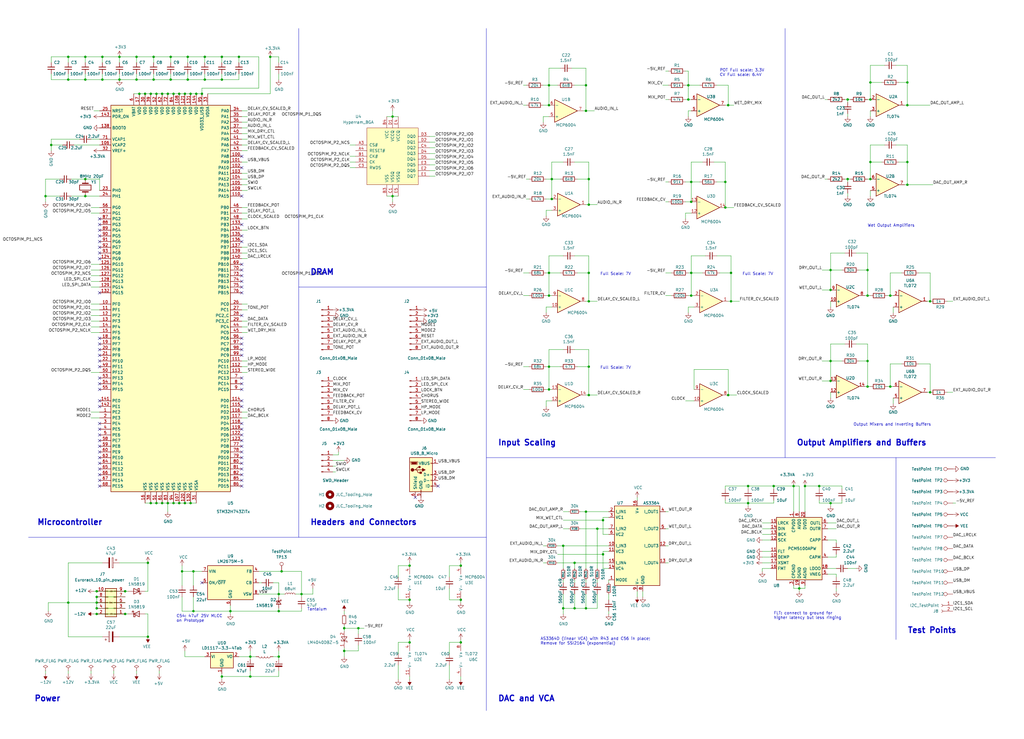
<source format=kicad_sch>
(kicad_sch (version 20230121) (generator eeschema)
  (paper "User" 457.2 330.2)
  (title_block (title "Retrospector v3") (rev "3") (company "Mountjoy Modular"))
  (junction (at 85.09 224.79))
  (junction (at 62.23 41.91))
  (junction (at 387.35 132.08))
  (junction (at 77.47 224.79))
  (junction (at 262.89 121.92))
  (junction (at 64.77 41.91))
  (junction (at 22.86 64.77))
  (junction (at 397.51 172.72))
  (junction (at 415.29 134.62))
  (junction (at 55.88 274.32))
  (junction (at 111.76 302.26))
  (junction (at 102.87 273.05))
  (junction (at 20.32 87.63))
  (junction (at 53.34 25.4))
  (junction (at 370.84 170.18))
  (junction (at 160.02 280.67))
  (junction (at 38.1 80.01))
  (junction (at 308.61 121.92))
  (junction (at 245.11 132.08))
  (junction (at 175.26 87.63))
  (junction (at 262.89 134.62))
  (junction (at 405.13 36.83))
  (junction (at 387.35 172.72))
  (junction (at 246.38 80.01))
  (junction (at 38.1 87.63))
  (junction (at 43.18 271.78))
  (junction (at 182.88 252.73))
  (junction (at 365.76 217.17))
  (junction (at 354.33 217.17))
  (junction (at 256.54 271.78))
  (junction (at 262.89 91.44))
  (junction (at 262.89 163.83))
  (junction (at 43.18 269.24))
  (junction (at 205.74 287.02))
  (junction (at 30.48 25.4))
  (junction (at 415.29 175.26))
  (junction (at 245.11 38.1))
  (junction (at 334.01 217.17))
  (junction (at 326.39 134.62))
  (junction (at 308.61 132.08))
  (junction (at 82.55 224.79))
  (junction (at 388.62 80.01))
  (junction (at 69.85 41.91))
  (junction (at 111.76 293.37))
  (junction (at 106.68 25.4))
  (junction (at 269.24 232.41))
  (junction (at 205.74 252.73))
  (junction (at 405.13 72.39))
  (junction (at 205.74 267.97))
  (junction (at 124.46 293.37))
  (junction (at 134.62 265.43))
  (junction (at 43.18 266.7))
  (junction (at 86.36 273.05))
  (junction (at 66.04 251.46))
  (junction (at 124.46 273.05))
  (junction (at 325.12 46.99))
  (junction (at 261.62 38.1))
  (junction (at 251.46 271.78))
  (junction (at 76.2 25.4))
  (junction (at 175.26 52.07))
  (junction (at 334.01 224.79))
  (junction (at 370.84 120.65))
  (junction (at 60.96 25.4))
  (junction (at 38.1 35.56))
  (junction (at 245.11 121.92))
  (junction (at 378.46 80.01))
  (junction (at 86.36 255.27))
  (junction (at 325.12 176.53))
  (junction (at 99.06 302.26))
  (junction (at 388.62 44.45))
  (junction (at 60.96 35.56))
  (junction (at 72.39 224.79))
  (junction (at 74.93 224.79))
  (junction (at 261.62 228.6))
  (junction (at 67.31 224.79))
  (junction (at 251.46 243.84))
  (junction (at 307.34 44.45))
  (junction (at 80.01 224.79))
  (junction (at 83.82 35.56))
  (junction (at 387.35 161.29))
  (junction (at 245.11 163.83))
  (junction (at 266.7 236.22))
  (junction (at 99.06 25.4))
  (junction (at 261.62 271.78))
  (junction (at 99.06 35.56))
  (junction (at 153.67 290.83))
  (junction (at 262.89 176.53))
  (junction (at 68.58 25.4))
  (junction (at 370.84 161.29))
  (junction (at 378.46 44.45))
  (junction (at 55.88 264.16))
  (junction (at 262.89 80.01))
  (junction (at 182.88 287.02))
  (junction (at 405.13 46.99))
  (junction (at 76.2 35.56))
  (junction (at 370.84 129.54))
  (junction (at 326.39 121.92))
  (junction (at 85.09 41.91))
  (junction (at 153.67 280.67))
  (junction (at 45.72 25.4))
  (junction (at 370.84 224.79))
  (junction (at 387.35 120.65))
  (junction (at 246.38 88.9))
  (junction (at 388.62 36.83))
  (junction (at 307.34 38.1))
  (junction (at 91.44 25.4))
  (junction (at 245.11 46.99))
  (junction (at 30.48 35.56))
  (junction (at 308.61 90.17))
  (junction (at 182.88 267.97))
  (junction (at 45.72 35.56))
  (junction (at 323.85 92.71))
  (junction (at 269.24 247.65))
  (junction (at 345.44 217.17))
  (junction (at 359.41 217.17))
  (junction (at 120.65 25.4))
  (junction (at 83.82 25.4))
  (junction (at 67.31 41.91))
  (junction (at 323.85 81.28))
  (junction (at 90.17 41.91))
  (junction (at 72.39 41.91))
  (junction (at 53.34 35.56))
  (junction (at 308.61 81.28))
  (junction (at 87.63 41.91))
  (junction (at 388.62 72.39))
  (junction (at 256.54 251.46))
  (junction (at 68.58 35.56))
  (junction (at 69.85 224.79))
  (junction (at 77.47 41.91))
  (junction (at 66.04 284.48))
  (junction (at 245.11 173.99))
  (junction (at 82.55 41.91))
  (junction (at 405.13 82.55))
  (junction (at 81.28 255.27))
  (junction (at 80.01 41.91))
  (junction (at 43.18 264.16))
  (junction (at 38.1 25.4))
  (junction (at 74.93 41.91))
  (junction (at 356.87 262.89))
  (junction (at 91.44 35.56))
  (junction (at 261.62 49.53))
  (junction (at 30.48 269.24))
  (junction (at 124.46 265.43))
  (junction (at 125.73 255.27))
  (junction (at 43.18 274.32))
  (junction (at 397.51 132.08))
  (no_connect (at 107.95 181.61))
  (no_connect (at 44.45 158.75))
  (no_connect (at 44.45 97.79))
  (no_connect (at 44.45 102.87))
  (no_connect (at 44.45 105.41))
  (no_connect (at 44.45 113.03))
  (no_connect (at 44.45 130.81))
  (no_connect (at 44.45 163.83))
  (no_connect (at 44.45 168.91))
  (no_connect (at 44.45 171.45))
  (no_connect (at 44.45 173.99))
  (no_connect (at 44.45 179.07))
  (no_connect (at 44.45 181.61))
  (no_connect (at 44.45 196.85))
  (no_connect (at 44.45 199.39))
  (no_connect (at 44.45 201.93))
  (no_connect (at 44.45 204.47))
  (no_connect (at 44.45 207.01))
  (no_connect (at 44.45 209.55))
  (no_connect (at 44.45 212.09))
  (no_connect (at 44.45 214.63))
  (no_connect (at 44.45 217.17))
  (no_connect (at 107.95 204.47))
  (no_connect (at 107.95 214.63))
  (no_connect (at 107.95 217.17))
  (no_connect (at 107.95 107.95))
  (no_connect (at 44.45 107.95))
  (no_connect (at 107.95 69.85))
  (no_connect (at 107.95 179.07))
  (no_connect (at 107.95 191.77))
  (no_connect (at 107.95 100.33))
  (no_connect (at 44.45 153.67))
  (no_connect (at 44.45 115.57))
  (no_connect (at 107.95 207.01))
  (no_connect (at 107.95 140.97))
  (no_connect (at 107.95 199.39))
  (no_connect (at 44.45 151.13))
  (no_connect (at 107.95 123.19))
  (no_connect (at 107.95 201.93))
  (no_connect (at 107.95 125.73))
  (no_connect (at 44.45 156.21))
  (no_connect (at 195.58 217.17))
  (no_connect (at 107.95 120.65))
  (no_connect (at 107.95 212.09))
  (no_connect (at 107.95 189.23))
  (no_connect (at 107.95 153.67))
  (no_connect (at 107.95 151.13))
  (no_connect (at 107.95 118.11))
  (no_connect (at 107.95 168.91))
  (no_connect (at 107.95 128.27))
  (no_connect (at 107.95 87.63))
  (no_connect (at 107.95 130.81))
  (no_connect (at 107.95 173.99))
  (no_connect (at 107.95 74.93))
  (no_connect (at 90.17 260.35))
  (no_connect (at 44.45 189.23))
  (no_connect (at 44.45 100.33))
  (no_connect (at 44.45 194.31))
  (no_connect (at 44.45 110.49))
  (no_connect (at 107.95 209.55))
  (no_connect (at 44.45 161.29))
  (no_connect (at 107.95 194.31))
  (no_connect (at 107.95 105.41))
  (no_connect (at 185.42 222.25))
  (no_connect (at 107.95 158.75))
  (no_connect (at 107.95 171.45))
  (no_connect (at 44.45 191.77))
  (no_connect (at 107.95 156.21))
  (no_connect (at 107.95 196.85))
  (wire (pts (xy 69.85 224.79) (xy 72.39 224.79)))
  (polyline (pts (xy 217.17 12.7) (xy 217.17 317.5)))
  (wire (pts (xy 378.46 45.72) (xy 378.46 44.45)))
  (wire (pts (xy 110.49 57.15) (xy 107.95 57.15)))
  (wire (pts (xy 243.84 163.83) (xy 245.11 163.83)))
  (wire (pts (xy 394.97 29.21) (xy 388.62 29.21)))
  (wire (pts (xy 91.44 25.4) (xy 99.06 25.4)))
  (wire (pts (xy 246.38 179.07) (xy 243.84 179.07)))
  (wire (pts (xy 55.88 271.78) (xy 43.18 271.78)))
  (wire (pts (xy 76.2 35.56) (xy 83.82 35.56)))
  (wire (pts (xy 177.8 252.73) (xy 182.88 252.73)))
  (wire (pts (xy 369.57 254) (xy 373.38 254)))
  (wire (pts (xy 82.55 41.91) (xy 85.09 41.91)))
  (wire (pts (xy 60.96 27.94) (xy 60.96 25.4)))
  (wire (pts (xy 106.68 293.37) (xy 111.76 293.37)))
  (wire (pts (xy 86.36 255.27) (xy 86.36 261.62)))
  (wire (pts (xy 405.13 36.83) (xy 405.13 46.99)))
  (wire (pts (xy 20.32 87.63) (xy 26.67 87.63)))
  (wire (pts (xy 261.62 265.43) (xy 261.62 271.78)))
  (wire (pts (xy 344.17 254) (xy 340.36 254)))
  (wire (pts (xy 356.87 217.17) (xy 356.87 228.6)))
  (wire (pts (xy 81.28 252.73) (xy 81.28 255.27)))
  (wire (pts (xy 44.45 166.37) (xy 40.64 166.37)))
  (wire (pts (xy 43.18 264.16) (xy 55.88 264.16)))
  (wire (pts (xy 243.84 93.98) (xy 243.84 96.52)))
  (wire (pts (xy 200.66 292.1) (xy 200.66 287.02)))
  (wire (pts (xy 41.91 274.32) (xy 43.18 274.32)))
  (wire (pts (xy 233.68 38.1) (xy 234.95 38.1)))
  (wire (pts (xy 40.64 128.27) (xy 44.45 128.27)))
  (wire (pts (xy 269.24 246.38) (xy 271.78 246.38)))
  (wire (pts (xy 68.58 33.02) (xy 68.58 35.56)))
  (wire (pts (xy 115.57 39.37) (xy 115.57 25.4)))
  (wire (pts (xy 44.45 148.59) (xy 40.64 148.59)))
  (wire (pts (xy 91.44 27.94) (xy 91.44 25.4)))
  (wire (pts (xy 153.67 289.56) (xy 153.67 290.83)))
  (wire (pts (xy 91.44 35.56) (xy 99.06 35.56)))
  (wire (pts (xy 44.45 140.97) (xy 40.64 140.97)))
  (wire (pts (xy 68.58 35.56) (xy 76.2 35.56)))
  (wire (pts (xy 382.27 113.03) (xy 387.35 113.03)))
  (wire (pts (xy 369.57 236.22) (xy 373.38 236.22)))
  (wire (pts (xy 259.08 228.6) (xy 261.62 228.6)))
  (wire (pts (xy 340.36 248.92) (xy 344.17 248.92)))
  (wire (pts (xy 182.88 302.26) (xy 182.88 303.53)))
  (wire (pts (xy 378.46 81.28) (xy 378.46 80.01)))
  (wire (pts (xy 110.49 62.23) (xy 107.95 62.23)))
  (wire (pts (xy 393.7 36.83) (xy 388.62 36.83)))
  (wire (pts (xy 248.92 38.1) (xy 245.11 38.1)))
  (wire (pts (xy 99.06 35.56) (xy 106.68 35.56)))
  (wire (pts (xy 53.34 35.56) (xy 60.96 35.56)))
  (wire (pts (xy 107.95 166.37) (xy 110.49 166.37)))
  (wire (pts (xy 115.57 25.4) (xy 106.68 25.4)))
  (wire (pts (xy 200.66 257.81) (xy 200.66 252.73)))
  (wire (pts (xy 200.66 262.89) (xy 200.66 267.97)))
  (wire (pts (xy 269.24 232.41) (xy 269.24 238.76)))
  (wire (pts (xy 124.46 293.37) (xy 121.92 293.37)))
  (wire (pts (xy 38.1 33.02) (xy 38.1 35.56)))
  (wire (pts (xy 425.45 224.79) (xy 426.72 224.79)))
  (wire (pts (xy 177.8 267.97) (xy 182.88 267.97)))
  (wire (pts (xy 148.59 205.74) (xy 153.67 205.74)))
  (wire (pts (xy 90.17 39.37) (xy 115.57 39.37)))
  (wire (pts (xy 40.64 135.89) (xy 44.45 135.89)))
  (wire (pts (xy 250.19 121.92) (xy 245.11 121.92)))
  (wire (pts (xy 20.32 80.01) (xy 20.32 87.63)))
  (wire (pts (xy 307.34 38.1) (xy 312.42 38.1)))
  (wire (pts (xy 81.28 255.27) (xy 86.36 255.27)))
  (wire (pts (xy 110.49 54.61) (xy 107.95 54.61)))
  (wire (pts (xy 256.54 259.08) (xy 256.54 260.35)))
  (wire (pts (xy 110.49 148.59) (xy 107.95 148.59)))
  (wire (pts (xy 45.72 35.56) (xy 53.34 35.56)))
  (wire (pts (xy 45.72 33.02) (xy 45.72 35.56)))
  (wire (pts (xy 297.18 243.84) (xy 298.45 243.84)))
  (wire (pts (xy 367.03 129.54) (xy 370.84 129.54)))
  (wire (pts (xy 325.12 46.99) (xy 327.66 46.99)))
  (wire (pts (xy 22.86 27.94) (xy 22.86 25.4)))
  (wire (pts (xy 124.46 33.02) (xy 124.46 35.56)))
  (wire (pts (xy 27.94 64.77) (xy 22.86 64.77)))
  (wire (pts (xy 59.69 41.91) (xy 62.23 41.91)))
  (wire (pts (xy 60.96 25.4) (xy 68.58 25.4)))
  (wire (pts (xy 80.01 224.79) (xy 82.55 224.79)))
  (wire (pts (xy 40.64 125.73) (xy 44.45 125.73)))
  (wire (pts (xy 99.06 300.99) (xy 99.06 302.26)))
  (wire (pts (xy 340.36 236.22) (xy 344.17 236.22)))
  (wire (pts (xy 325.12 176.53) (xy 325.12 165.1)))
  (wire (pts (xy 124.46 271.78) (xy 124.46 273.05)))
  (wire (pts (xy 297.18 121.92) (xy 299.72 121.92)))
  (wire (pts (xy 172.72 52.07) (xy 175.26 52.07)))
  (wire (pts (xy 375.92 218.44) (xy 375.92 217.17)))
  (wire (pts (xy 191.77 76.2) (xy 194.31 76.2)))
  (wire (pts (xy 44.45 138.43) (xy 40.64 138.43)))
  (wire (pts (xy 124.46 273.05) (xy 134.62 273.05)))
  (wire (pts (xy 359.41 217.17) (xy 359.41 228.6)))
  (wire (pts (xy 148.59 208.28) (xy 149.86 208.28)))
  (wire (pts (xy 82.55 290.83) (xy 82.55 293.37)))
  (wire (pts (xy 354.33 262.89) (xy 356.87 262.89)))
  (wire (pts (xy 71.12 300.99) (xy 71.12 299.72)))
  (wire (pts (xy 394.97 64.77) (xy 388.62 64.77)))
  (wire (pts (xy 410.21 162.56) (xy 415.29 162.56)))
  (wire (pts (xy 38.1 35.56) (xy 45.72 35.56)))
  (wire (pts (xy 172.72 87.63) (xy 175.26 87.63)))
  (wire (pts (xy 243.84 173.99) (xy 245.11 173.99)))
  (wire (pts (xy 334.01 223.52) (xy 334.01 224.79)))
  (wire (pts (xy 246.38 137.16) (xy 243.84 137.16)))
  (wire (pts (xy 307.34 44.45) (xy 307.34 38.1)))
  (wire (pts (xy 388.62 29.21) (xy 388.62 36.83)))
  (wire (pts (xy 107.95 115.57) (xy 110.49 115.57)))
  (wire (pts (xy 323.85 223.52) (xy 323.85 224.79)))
  (wire (pts (xy 45.72 284.48) (xy 30.48 284.48)))
  (wire (pts (xy 120.65 25.4) (xy 120.65 41.91)))
  (wire (pts (xy 297.18 251.46) (xy 298.45 251.46)))
  (wire (pts (xy 262.89 163.83) (xy 262.89 176.53)))
  (wire (pts (xy 107.95 85.09) (xy 110.49 85.09)))
  (wire (pts (xy 377.19 80.01) (xy 378.46 80.01)))
  (wire (pts (xy 134.62 265.43) (xy 134.62 266.7)))
  (wire (pts (xy 261.62 30.48) (xy 261.62 38.1)))
  (wire (pts (xy 245.11 121.92) (xy 245.11 132.08)))
  (wire (pts (xy 30.48 25.4) (xy 38.1 25.4)))
  (wire (pts (xy 323.85 81.28) (xy 323.85 92.71)))
  (wire (pts (xy 191.77 71.12) (xy 194.31 71.12)))
  (wire (pts (xy 124.46 290.83) (xy 124.46 293.37)))
  (wire (pts (xy 256.54 38.1) (xy 261.62 38.1)))
  (wire (pts (xy 66.04 284.48) (xy 53.34 284.48)))
  (wire (pts (xy 297.18 228.6) (xy 298.45 228.6)))
  (wire (pts (xy 160.02 283.21) (xy 160.02 280.67)))
  (wire (pts (xy 66.04 264.16) (xy 66.04 251.46)))
  (wire (pts (xy 162.56 280.67) (xy 160.02 280.67)))
  (wire (pts (xy 111.76 290.83) (xy 111.76 293.37)))
  (wire (pts (xy 156.21 64.77) (xy 158.75 64.77)))
  (wire (pts (xy 387.35 80.01) (xy 388.62 80.01)))
  (wire (pts (xy 107.95 102.87) (xy 110.49 102.87)))
  (wire (pts (xy 233.68 132.08) (xy 236.22 132.08)))
  (wire (pts (xy 177.8 257.81) (xy 177.8 252.73)))
  (polyline (pts (xy 217.17 128.27) (xy 133.35 128.27)))
  (wire (pts (xy 200.66 287.02) (xy 205.74 287.02)))
  (wire (pts (xy 243.84 121.92) (xy 245.11 121.92)))
  (wire (pts (xy 99.06 302.26) (xy 111.76 302.26)))
  (wire (pts (xy 205.74 302.26) (xy 205.74 303.53)))
  (wire (pts (xy 314.96 114.3) (xy 308.61 114.3)))
  (wire (pts (xy 387.35 172.72) (xy 388.62 172.72)))
  (wire (pts (xy 369.57 233.68) (xy 373.38 233.68)))
  (wire (pts (xy 31.75 80.01) (xy 38.1 80.01)))
  (wire (pts (xy 250.19 30.48) (xy 245.11 30.48)))
  (wire (pts (xy 107.95 113.03) (xy 110.49 113.03)))
  (wire (pts (xy 251.46 271.78) (xy 256.54 271.78)))
  (wire (pts (xy 325.12 46.99) (xy 323.85 46.99)))
  (wire (pts (xy 110.49 95.25) (xy 107.95 95.25)))
  (wire (pts (xy 246.38 80.01) (xy 246.38 88.9)))
  (wire (pts (xy 387.35 172.72) (xy 387.35 161.29)))
  (wire (pts (xy 266.7 254) (xy 266.7 236.22)))
  (wire (pts (xy 40.64 123.19) (xy 44.45 123.19)))
  (wire (pts (xy 414.02 175.26) (xy 415.29 175.26)))
  (wire (pts (xy 261.62 176.53) (xy 262.89 176.53)))
  (wire (pts (xy 307.34 137.16) (xy 307.34 139.7)))
  (wire (pts (xy 153.67 290.83) (xy 160.02 290.83)))
  (wire (pts (xy 245.11 132.08) (xy 246.38 132.08)))
  (wire (pts (xy 76.2 25.4) (xy 83.82 25.4)))
  (wire (pts (xy 375.92 161.29) (xy 370.84 161.29)))
  (wire (pts (xy 397.51 162.56) (xy 402.59 162.56)))
  (wire (pts (xy 38.1 25.4) (xy 45.72 25.4)))
  (wire (pts (xy 377.19 153.67) (xy 370.84 153.67)))
  (wire (pts (xy 110.49 59.69) (xy 107.95 59.69)))
  (wire (pts (xy 287.02 264.16) (xy 287.02 266.7)))
  (wire (pts (xy 359.41 217.17) (xy 365.76 217.17)))
  (wire (pts (xy 259.08 236.22) (xy 266.7 236.22)))
  (wire (pts (xy 74.93 224.79) (xy 74.93 228.6)))
  (wire (pts (xy 30.48 269.24) (xy 43.18 269.24)))
  (wire (pts (xy 124.46 25.4) (xy 120.65 25.4)))
  (wire (pts (xy 30.48 35.56) (xy 38.1 35.56)))
  (wire (pts (xy 90.17 41.91) (xy 90.17 39.37)))
  (wire (pts (xy 121.92 260.35) (xy 124.46 260.35)))
  (wire (pts (xy 44.45 184.15) (xy 40.64 184.15)))
  (wire (pts (xy 83.82 27.94) (xy 83.82 25.4)))
  (wire (pts (xy 83.82 35.56) (xy 83.82 33.02)))
  (wire (pts (xy 334.01 224.79) (xy 345.44 224.79)))
  (wire (pts (xy 378.46 254) (xy 382.27 254)))
  (wire (pts (xy 153.67 290.83) (xy 153.67 293.37)))
  (wire (pts (xy 40.64 299.72) (xy 40.64 300.99)))
  (wire (pts (xy 365.76 223.52) (xy 365.76 224.79)))
  (wire (pts (xy 85.09 41.91) (xy 87.63 41.91)))
  (wire (pts (xy 269.24 247.65) (xy 248.92 247.65)))
  (polyline (pts (xy 350.52 12.7) (xy 350.52 204.47)))
  (wire (pts (xy 387.35 132.08) (xy 387.35 120.65)))
  (wire (pts (xy 388.62 64.77) (xy 388.62 72.39)))
  (wire (pts (xy 107.95 163.83) (xy 110.49 163.83)))
  (wire (pts (xy 81.28 273.05) (xy 86.36 273.05)))
  (wire (pts (xy 373.38 247.65) (xy 373.38 248.92)))
  (wire (pts (xy 261.62 254) (xy 261.62 228.6)))
  (wire (pts (xy 81.28 255.27) (xy 81.28 261.62)))
  (wire (pts (xy 175.26 87.63) (xy 177.8 87.63)))
  (wire (pts (xy 354.33 261.62) (xy 354.33 262.89)))
  (wire (pts (xy 365.76 224.79) (xy 370.84 224.79)))
  (wire (pts (xy 92.71 41.91) (xy 120.65 41.91)))
  (wire (pts (xy 308.61 95.25) (xy 306.07 95.25)))
  (wire (pts (xy 156.21 74.93) (xy 158.75 74.93)))
  (wire (pts (xy 387.35 113.03) (xy 387.35 120.65)))
  (wire (pts (xy 312.42 81.28) (xy 308.61 81.28)))
  (wire (pts (xy 124.46 27.94) (xy 124.46 25.4)))
  (wire (pts (xy 26.67 80.01) (xy 20.32 80.01)))
  (wire (pts (xy 370.84 134.62) (xy 370.84 137.16)))
  (wire (pts (xy 200.66 252.73) (xy 205.74 252.73)))
  (wire (pts (xy 387.35 153.67) (xy 387.35 161.29)))
  (wire (pts (xy 328.93 176.53) (xy 325.12 176.53)))
  (wire (pts (xy 334.01 218.44) (xy 334.01 217.17)))
  (wire (pts (xy 308.61 121.92) (xy 308.61 132.08)))
  (wire (pts (xy 359.41 261.62) (xy 359.41 262.89)))
  (wire (pts (xy 257.81 80.01) (xy 262.89 80.01)))
  (wire (pts (xy 307.34 44.45) (xy 308.61 44.45)))
  (wire (pts (xy 262.89 121.92) (xy 262.89 134.62)))
  (wire (pts (xy 38.1 87.63) (xy 44.45 87.63)))
  (wire (pts (xy 340.36 241.3) (xy 344.17 241.3)))
  (wire (pts (xy 30.48 299.72) (xy 30.48 300.99)))
  (wire (pts (xy 261.62 259.08) (xy 261.62 260.35)))
  (wire (pts (xy 31.75 87.63) (xy 38.1 87.63)))
  (wire (pts (xy 243.84 137.16) (xy 243.84 139.7)))
  (wire (pts (xy 53.34 33.02) (xy 53.34 35.56)))
  (wire (pts (xy 44.45 143.51) (xy 40.64 143.51)))
  (wire (pts (xy 60.96 35.56) (xy 68.58 35.56)))
  (wire (pts (xy 422.91 175.26) (xy 425.45 175.26)))
  (wire (pts (xy 134.62 255.27) (xy 125.73 255.27)))
  (wire (pts (xy 82.55 293.37) (xy 91.44 293.37)))
  (wire (pts (xy 107.95 143.51) (xy 110.49 143.51)))
  (polyline (pts (xy 400.05 285.75) (xy 400.05 204.47)))
  (wire (pts (xy 405.13 82.55) (xy 416.56 82.55)))
  (wire (pts (xy 370.84 224.79) (xy 375.92 224.79)))
  (wire (pts (xy 175.26 52.07) (xy 177.8 52.07)))
  (wire (pts (xy 110.49 64.77) (xy 107.95 64.77)))
  (wire (pts (xy 124.46 265.43) (xy 124.46 266.7)))
  (wire (pts (xy 318.77 72.39) (xy 323.85 72.39)))
  (wire (pts (xy 405.13 46.99) (xy 415.29 46.99)))
  (wire (pts (xy 367.03 120.65) (xy 370.84 120.65)))
  (wire (pts (xy 106.68 27.94) (xy 106.68 25.4)))
  (wire (pts (xy 306.07 179.07) (xy 309.88 179.07)))
  (wire (pts (xy 106.68 33.02) (xy 106.68 35.56)))
  (wire (pts (xy 191.77 66.04) (xy 194.31 66.04)))
  (wire (pts (xy 320.04 38.1) (xy 325.12 38.1)))
  (wire (pts (xy 415.29 162.56) (xy 415.29 175.26)))
  (wire (pts (xy 251.46 265.43) (xy 251.46 271.78)))
  (wire (pts (xy 306.07 90.17) (xy 308.61 90.17)))
  (wire (pts (xy 266.7 176.53) (xy 262.89 176.53)))
  (wire (pts (xy 86.36 255.27) (xy 90.17 255.27)))
  (wire (pts (xy 260.35 49.53) (xy 261.62 49.53)))
  (wire (pts (xy 106.68 25.4) (xy 99.06 25.4)))
  (wire (pts (xy 323.85 217.17) (xy 334.01 217.17)))
  (wire (pts (xy 200.66 297.18) (xy 200.66 303.53)))
  (wire (pts (xy 20.32 87.63) (xy 20.32 90.17)))
  (wire (pts (xy 400.05 64.77) (xy 405.13 64.77)))
  (wire (pts (xy 134.62 265.43) (xy 139.7 265.43)))
  (wire (pts (xy 22.86 64.77) (xy 22.86 62.23)))
  (wire (pts (xy 251.46 236.22) (xy 254 236.22)))
  (wire (pts (xy 405.13 64.77) (xy 405.13 72.39)))
  (wire (pts (xy 38.1 27.94) (xy 38.1 25.4)))
  (wire (pts (xy 148.59 203.2) (xy 151.13 203.2)))
  (wire (pts (xy 44.45 146.05) (xy 40.64 146.05)))
  (wire (pts (xy 414.02 134.62) (xy 415.29 134.62)))
  (wire (pts (xy 256.54 114.3) (xy 262.89 114.3)))
  (wire (pts (xy 340.36 238.76) (xy 344.17 238.76)))
  (wire (pts (xy 111.76 299.72) (xy 111.76 302.26)))
  (wire (pts (xy 245.11 38.1) (xy 245.11 46.99)))
  (wire (pts (xy 110.49 92.71) (xy 107.95 92.71)))
  (wire (pts (xy 246.38 72.39) (xy 246.38 80.01)))
  (wire (pts (xy 50.8 299.72) (xy 50.8 300.99)))
  (wire (pts (xy 43.18 269.24) (xy 43.18 271.78)))
  (wire (pts (xy 124.46 265.43) (xy 127 265.43)))
  (wire (pts (xy 325.12 134.62) (xy 326.39 134.62)))
  (wire (pts (xy 102.87 270.51) (xy 102.87 273.05)))
  (wire (pts (xy 115.57 265.43) (xy 124.46 265.43)))
  (wire (pts (xy 177.8 287.02) (xy 182.88 287.02)))
  (wire (pts (xy 124.46 302.26) (xy 111.76 302.26)))
  (wire (pts (xy 243.84 80.01) (xy 246.38 80.01)))
  (wire (pts (xy 111.76 293.37) (xy 114.3 293.37)))
  (wire (pts (xy 370.84 161.29) (xy 370.84 170.18)))
  (wire (pts (xy 368.3 80.01) (xy 369.57 80.01)))
  (wire (pts (xy 251.46 243.84) (xy 271.78 243.84)))
  (wire (pts (xy 297.18 236.22) (xy 298.45 236.22)))
  (wire (pts (xy 177.8 297.18) (xy 177.8 303.53)))
  (wire (pts (xy 405.13 72.39) (xy 405.13 82.55)))
  (wire (pts (xy 251.46 72.39) (xy 246.38 72.39)))
  (wire (pts (xy 233.68 163.83) (xy 236.22 163.83)))
  (wire (pts (xy 99.06 302.26) (xy 99.06 303.53)))
  (wire (pts (xy 242.57 38.1) (xy 245.11 38.1)))
  (wire (pts (xy 377.19 44.45) (xy 378.46 44.45)))
  (wire (pts (xy 83.82 35.56) (xy 91.44 35.56)))
  (wire (pts (xy 251.46 228.6) (xy 254 228.6)))
  (wire (pts (xy 266.7 236.22) (xy 271.78 236.22)))
  (wire (pts (xy 44.45 80.01) (xy 38.1 80.01)))
  (wire (pts (xy 262.89 156.21) (xy 262.89 163.83)))
  (wire (pts (xy 40.64 120.65) (xy 44.45 120.65)))
  (wire (pts (xy 243.84 88.9) (xy 246.38 88.9)))
  (wire (pts (xy 182.88 251.46) (xy 182.88 252.73)))
  (wire (pts (xy 257.81 121.92) (xy 262.89 121.92)))
  (wire (pts (xy 382.27 153.67) (xy 387.35 153.67)))
  (wire (pts (xy 250.19 80.01) (xy 246.38 80.01)))
  (wire (pts (xy 21.59 273.05) (xy 21.59 269.24)))
  (wire (pts (xy 405.13 36.83) (xy 401.32 36.83)))
  (wire (pts (xy 205.74 285.75) (xy 205.74 287.02)))
  (wire (pts (xy 266.7 91.44) (xy 262.89 91.44)))
  (wire (pts (xy 370.84 226.06) (xy 370.84 224.79)))
  (wire (pts (xy 21.59 269.24) (xy 30.48 269.24)))
  (wire (pts (xy 55.88 269.24) (xy 43.18 269.24)))
  (wire (pts (xy 262.89 80.01) (xy 262.89 91.44)))
  (wire (pts (xy 271.78 254) (xy 269.24 254)))
  (wire (pts (xy 22.86 35.56) (xy 22.86 33.02)))
  (wire (pts (xy 345.44 223.52) (xy 345.44 224.79)))
  (wire (pts (xy 271.78 259.08) (xy 271.78 260.35)))
  (wire (pts (xy 370.84 120.65) (xy 370.84 129.54)))
  (wire (pts (xy 345.44 217.17) (xy 354.33 217.17)))
  (wire (pts (xy 86.36 273.05) (xy 102.87 273.05)))
  (wire (pts (xy 60.96 299.72) (xy 60.96 300.99)))
  (wire (pts (xy 41.91 49.53) (xy 44.45 49.53)))
  (wire (pts (xy 66.04 251.46) (xy 53.34 251.46)))
  (wire (pts (xy 125.73 255.27) (xy 115.57 255.27)))
  (wire (pts (xy 255.27 30.48) (xy 261.62 30.48)))
  (wire (pts (xy 64.77 274.32) (xy 66.04 274.32)))
  (wire (pts (xy 99.06 33.02) (xy 99.06 35.56)))
  (wire (pts (xy 43.18 266.7) (xy 43.18 269.24)))
  (wire (pts (xy 313.69 72.39) (xy 308.61 72.39)))
  (wire (pts (xy 205.74 251.46) (xy 205.74 252.73)))
  (wire (pts (xy 243.84 132.08) (xy 245.11 132.08)))
  (wire (pts (xy 269.24 231.14) (xy 269.24 232.41)))
  (wire (pts (xy 45.72 251.46) (xy 30.48 251.46)))
  (wire (pts (xy 245.11 163.83) (xy 245.11 173.99)))
  (wire (pts (xy 251.46 259.08) (xy 251.46 260.35)))
  (wire (pts (xy 107.95 110.49) (xy 110.49 110.49)))
  (wire (pts (xy 44.45 92.71) (xy 40.64 92.71)))
  (wire (pts (xy 405.13 72.39) (xy 401.32 72.39)))
  (wire (pts (xy 245.11 52.07) (xy 242.57 52.07)))
  (wire (pts (xy 377.19 113.03) (xy 370.84 113.03)))
  (wire (pts (xy 156.21 72.39) (xy 158.75 72.39)))
  (wire (pts (xy 405.13 29.21) (xy 405.13 36.83)))
  (wire (pts (xy 233.68 173.99) (xy 236.22 173.99)))
  (wire (pts (xy 175.26 87.63) (xy 175.26 90.17)))
  (wire (pts (xy 81.28 266.7) (xy 81.28 273.05)))
  (wire (pts (xy 30.48 284.48) (xy 30.48 269.24)))
  (wire (pts (xy 308.61 132.08) (xy 309.88 132.08)))
  (wire (pts (xy 369.57 241.3) (xy 373.38 241.3)))
  (wire (pts (xy 320.04 81.28) (xy 323.85 81.28)))
  (wire (pts (xy 153.67 280.67) (xy 153.67 281.94)))
  (wire (pts (xy 242.57 52.07) (xy 242.57 54.61)))
  (wire (pts (xy 191.77 78.74) (xy 194.31 78.74)))
  (wire (pts (xy 245.11 173.99) (xy 246.38 173.99)))
  (wire (pts (xy 80.01 41.91) (xy 82.55 41.91)))
  (wire (pts (xy 110.49 77.47) (xy 107.95 77.47)))
  (wire (pts (xy 271.78 273.05) (xy 271.78 274.32)))
  (wire (pts (xy 76.2 25.4) (xy 76.2 27.94)))
  (wire (pts (xy 307.34 49.53) (xy 308.61 49.53)))
  (wire (pts (xy 307.34 121.92) (xy 308.61 121.92)))
  (polyline (pts (xy 217.17 204.47) (xy 444.5 204.47)))
  (wire (pts (xy 111.76 293.37) (xy 111.76 294.64)))
  (wire (pts (xy 43.18 274.32) (xy 55.88 274.32)))
  (wire (pts (xy 387.35 44.45) (xy 388.62 44.45)))
  (wire (pts (xy 415.29 121.92) (xy 415.29 134.62)))
  (wire (pts (xy 246.38 93.98) (xy 243.84 93.98)))
  (wire (pts (xy 55.88 266.7) (xy 43.18 266.7)))
  (wire (pts (xy 191.77 68.58) (xy 194.31 68.58)))
  (wire (pts (xy 326.39 114.3) (xy 326.39 121.92)))
  (wire (pts (xy 62.23 41.91) (xy 64.77 41.91)))
  (wire (pts (xy 153.67 279.4) (xy 153.67 280.67)))
  (wire (pts (xy 44.45 186.69) (xy 40.64 186.69)))
  (wire (pts (xy 30.48 27.94) (xy 30.48 25.4)))
  (wire (pts (xy 340.36 254) (xy 340.36 255.27)))
  (wire (pts (xy 261.62 38.1) (xy 261.62 49.53)))
  (wire (pts (xy 102.87 273.05) (xy 124.46 273.05)))
  (wire (pts (xy 83.82 25.4) (xy 91.44 25.4)))
  (wire (pts (xy 20.32 299.72) (xy 20.32 300.99)))
  (wire (pts (xy 340.36 251.46) (xy 344.17 251.46)))
  (wire (pts (xy 378.46 86.36) (xy 378.46 87.63)))
  (wire (pts (xy 242.57 251.46) (xy 243.84 251.46)))
  (wire (pts (xy 306.07 95.25) (xy 306.07 97.79)))
  (wire (pts (xy 182.88 267.97) (xy 182.88 269.24)))
  (wire (pts (xy 373.38 256.54) (xy 373.38 257.81)))
  (wire (pts (xy 323.85 72.39) (xy 323.85 81.28)))
  (polyline (pts (xy 133.35 240.03) (xy 133.35 12.7)))
  (wire (pts (xy 233.68 46.99) (xy 234.95 46.99)))
  (wire (pts (xy 77.47 224.79) (xy 80.01 224.79)))
  (wire (pts (xy 160.02 280.67) (xy 153.67 280.67)))
  (wire (pts (xy 340.36 233.68) (xy 344.17 233.68)))
  (wire (pts (xy 251.46 114.3) (xy 245.11 114.3)))
  (wire (pts (xy 297.18 81.28) (xy 298.45 81.28)))
  (wire (pts (xy 64.77 264.16) (xy 66.04 264.16)))
  (wire (pts (xy 251.46 254) (xy 251.46 243.84)))
  (wire (pts (xy 110.49 49.53) (xy 107.95 49.53)))
  (wire (pts (xy 110.49 72.39) (xy 107.95 72.39)))
  (wire (pts (xy 55.88 264.16) (xy 57.15 264.16)))
  (wire (pts (xy 271.78 238.76) (xy 269.24 238.76)))
  (wire (pts (xy 269.24 246.38) (xy 269.24 247.65)))
  (wire (pts (xy 191.77 73.66) (xy 194.31 73.66)))
  (wire (pts (xy 234.95 80.01) (xy 236.22 80.01)))
  (wire (pts (xy 64.77 41.91) (xy 67.31 41.91)))
  (wire (pts (xy 340.36 246.38) (xy 344.17 246.38)))
  (wire (pts (xy 378.46 50.8) (xy 378.46 52.07)))
  (wire (pts (xy 306.07 81.28) (xy 308.61 81.28)))
  (wire (pts (xy 297.18 90.17) (xy 298.45 90.17)))
  (wire (pts (xy 388.62 72.39) (xy 388.62 80.01)))
  (wire (pts (xy 354.33 217.17) (xy 354.33 228.6)))
  (wire (pts (xy 110.49 52.07) (xy 107.95 52.07)))
  (wire (pts (xy 200.66 267.97) (xy 205.74 267.97)))
  (wire (pts (xy 373.38 262.89) (xy 373.38 264.16)))
  (wire (pts (xy 309.88 165.1) (xy 325.12 165.1)))
  (wire (pts (xy 369.57 248.92) (xy 373.38 248.92)))
  (wire (pts (xy 370.84 153.67) (xy 370.84 161.29)))
  (wire (pts (xy 256.54 251.46) (xy 271.78 251.46)))
  (wire (pts (xy 308.61 81.28) (xy 308.61 90.17)))
  (wire (pts (xy 64.77 224.79) (xy 67.31 224.79)))
  (wire (pts (xy 410.21 121.92) (xy 415.29 121.92)))
  (wire (pts (xy 107.95 82.55) (xy 110.49 82.55)))
  (wire (pts (xy 115.57 260.35) (xy 116.84 260.35)))
  (wire (pts (xy 134.62 273.05) (xy 134.62 271.78)))
  (wire (pts (xy 107.95 138.43) (xy 110.49 138.43)))
  (wire (pts (xy 370.84 113.03) (xy 370.84 120.65)))
  (wire (pts (xy 87.63 41.91) (xy 90.17 41.91)))
  (wire (pts (xy 388.62 85.09) (xy 388.62 87.63)))
  (wire (pts (xy 245.11 30.48) (xy 245.11 38.1)))
  (wire (pts (xy 134.62 265.43) (xy 134.62 255.27)))
  (wire (pts (xy 124.46 299.72) (xy 124.46 302.26)))
  (wire (pts (xy 248.92 243.84) (xy 251.46 243.84)))
  (wire (pts (xy 367.03 170.18) (xy 370.84 170.18)))
  (wire (pts (xy 261.62 91.44) (xy 262.89 91.44)))
  (wire (pts (xy 257.81 163.83) (xy 262.89 163.83)))
  (wire (pts (xy 307.34 31.75) (xy 307.34 38.1)))
  (wire (pts (xy 330.2 134.62) (xy 326.39 134.62)))
  (wire (pts (xy 306.07 31.75) (xy 307.34 31.75)))
  (wire (pts (xy 110.49 80.01) (xy 107.95 80.01)))
  (wire (pts (xy 271.78 265.43) (xy 271.78 267.97)))
  (wire (pts (xy 107.95 161.29) (xy 110.49 161.29)))
  (wire (pts (xy 298.45 38.1) (xy 295.91 38.1)))
  (wire (pts (xy 182.88 285.75) (xy 182.88 287.02)))
  (wire (pts (xy 205.74 267.97) (xy 205.74 269.24)))
  (wire (pts (xy 242.57 243.84) (xy 243.84 243.84)))
  (wire (pts (xy 398.78 137.16) (xy 398.78 139.7)))
  (wire (pts (xy 306.07 38.1) (xy 307.34 38.1)))
  (wire (pts (xy 107.95 186.69) (xy 110.49 186.69)))
  (wire (pts (xy 378.46 44.45) (xy 379.73 44.45)))
  (wire (pts (xy 334.01 217.17) (xy 345.44 217.17)))
  (wire (pts (xy 107.95 67.31) (xy 110.49 67.31)))
  (wire (pts (xy 388.62 49.53) (xy 388.62 52.07)))
  (wire (pts (xy 175.26 52.07) (xy 175.26 49.53)))
  (wire (pts (xy 365.76 218.44) (xy 365.76 217.17)))
  (wire (pts (xy 233.68 121.92) (xy 236.22 121.92)))
  (wire (pts (xy 45.72 25.4) (xy 53.34 25.4)))
  (wire (pts (xy 110.49 97.79) (xy 107.95 97.79)))
  (wire (pts (xy 251.46 274.32) (xy 251.46 271.78)))
  (wire (pts (xy 44.45 64.77) (xy 33.02 64.77)))
  (wire (pts (xy 44.45 62.23) (xy 40.64 62.23)))
  (wire (pts (xy 40.64 118.11) (xy 44.45 118.11)))
  (wire (pts (xy 387.35 120.65) (xy 383.54 120.65)))
  (wire (pts (xy 110.49 146.05) (xy 107.95 146.05)))
  (wire (pts (xy 320.04 114.3) (xy 326.39 114.3)))
  (wire (pts (xy 266.7 265.43) (xy 266.7 271.78)))
  (wire (pts (xy 67.31 224.79) (xy 69.85 224.79)))
  (wire (pts (xy 297.18 132.08) (xy 299.72 132.08)))
  (wire (pts (xy 262.89 72.39) (xy 262.89 80.01)))
  (wire (pts (xy 298.45 44.45) (xy 297.18 44.45)))
  (wire (pts (xy 308.61 72.39) (xy 308.61 81.28)))
  (wire (pts (xy 400.05 29.21) (xy 405.13 29.21)))
  (wire (pts (xy 234.95 88.9) (xy 236.22 88.9)))
  (wire (pts (xy 393.7 72.39) (xy 388.62 72.39)))
  (wire (pts (xy 22.86 67.31) (xy 22.86 64.77)))
  (wire (pts (xy 309.88 165.1) (xy 309.88 173.99)))
  (wire (pts (xy 243.84 179.07) (xy 243.84 181.61)))
  (wire (pts (xy 397.51 132.08) (xy 398.78 132.08)))
  (wire (pts (xy 74.93 224.79) (xy 77.47 224.79)))
  (wire (pts (xy 68.58 25.4) (xy 76.2 25.4)))
  (wire (pts (xy 262.89 114.3) (xy 262.89 121.92)))
  (wire (pts (xy 160.02 290.83) (xy 160.02 288.29)))
  (wire (pts (xy 53.34 27.94) (xy 53.34 25.4)))
  (wire (pts (xy 72.39 41.91) (xy 74.93 41.91)))
  (wire (pts (xy 124.46 260.35) (xy 124.46 265.43)))
  (wire (pts (xy 22.86 25.4) (xy 30.48 25.4)))
  (wire (pts (xy 396.24 172.72) (xy 397.51 172.72)))
  (wire (pts (xy 245.11 156.21) (xy 245.11 163.83)))
  (wire (pts (xy 356.87 217.17) (xy 354.33 217.17)))
  (wire (pts (xy 321.31 121.92) (xy 326.39 121.92)))
  (wire (pts (xy 74.93 41.91) (xy 77.47 41.91)))
  (wire (pts (xy 30.48 251.46) (xy 30.48 269.24)))
  (wire (pts (xy 386.08 132.08) (xy 387.35 132.08)))
  (wire (pts (xy 45.72 27.94) (xy 45.72 25.4)))
  (wire (pts (xy 398.78 177.8) (xy 398.78 180.34)))
  (wire (pts (xy 250.19 163.83) (xy 245.11 163.83)))
  (wire (pts (xy 251.46 156.21) (xy 245.11 156.21)))
  (wire (pts (xy 370.84 175.26) (xy 370.84 177.8)))
  (wire (pts (xy 306.07 44.45) (xy 307.34 44.45)))
  (wire (pts (xy 256.54 254) (xy 256.54 251.46)))
  (wire (pts (xy 149.86 210.82) (xy 148.59 210.82)))
  (wire (pts (xy 86.36 266.7) (xy 86.36 273.05)))
  (wire (pts (xy 261.62 228.6) (xy 271.78 228.6)))
  (wire (pts (xy 326.39 121.92) (xy 326.39 134.62)))
  (wire (pts (xy 345.44 218.44) (xy 345.44 217.17)))
  (wire (pts (xy 266.7 259.08) (xy 266.7 260.35)))
  (wire (pts (xy 397.51 132.08) (xy 397.51 121.92)))
  (wire (pts (xy 284.48 264.16) (xy 284.48 266.7)))
  (wire (pts (xy 177.8 262.89) (xy 177.8 267.97)))
  (wire (pts (xy 110.49 135.89) (xy 107.95 135.89)))
  (wire (pts (xy 397.51 172.72) (xy 398.78 172.72)))
  (wire (pts (xy 271.78 231.14) (xy 269.24 231.14)))
  (polyline (pts (xy 12.7 240.03) (xy 217.17 240.03)))
  (wire (pts (xy 245.11 114.3) (xy 245.11 121.92)))
  (wire (pts (xy 359.41 262.89) (xy 356.87 262.89)))
  (wire (pts (xy 397.51 121.92) (xy 402.59 121.92)))
  (wire (pts (xy 191.77 60.96) (xy 194.31 60.96)))
  (wire (pts (xy 356.87 261.62) (xy 356.87 262.89)))
  (wire (pts (xy 387.35 161.29) (xy 383.54 161.29)))
  (wire (pts (xy 308.61 114.3) (xy 308.61 121.92)))
  (wire (pts (xy 269.24 247.65) (xy 269.24 254)))
  (wire (pts (xy 323.85 224.79) (xy 334.01 224.79)))
  (wire (pts (xy 68.58 27.94) (xy 68.58 25.4)))
  (wire (pts (xy 368.3 44.45) (xy 369.57 44.45)))
  (wire (pts (xy 378.46 80.01) (xy 379.73 80.01)))
  (wire (pts (xy 261.62 271.78) (xy 266.7 271.78)))
  (wire (pts (xy 156.21 69.85) (xy 158.75 69.85)))
  (wire (pts (xy 60.96 35.56) (xy 60.96 33.02)))
  (wire (pts (xy 85.09 224.79) (xy 87.63 224.79)))
  (wire (pts (xy 22.86 62.23) (xy 35.56 62.23)))
  (wire (pts (xy 66.04 274.32) (xy 66.04 284.48)))
  (wire (pts (xy 365.76 217.17) (xy 375.92 217.17)))
  (wire (pts (xy 177.8 292.1) (xy 177.8 287.02)))
  (wire (pts (xy 356.87 262.89) (xy 356.87 264.16)))
  (wire (pts (xy 55.88 274.32) (xy 57.15 274.32)))
  (wire (pts (xy 124.46 294.64) (xy 124.46 293.37)))
  (wire (pts (xy 44.45 85.09) (xy 44.45 80.01)))
  (wire (pts (xy 44.45 95.25) (xy 40.64 95.25)))
  (wire (pts (xy 284.48 222.25) (xy 284.48 223.52)))
  (wire (pts (xy 82.55 224.79) (xy 85.09 224.79)))
  (wire (pts (xy 297.18 31.75) (xy 298.45 31.75)))
  (wire (pts (xy 367.03 161.29) (xy 370.84 161.29)))
  (wire (pts (xy 53.34 25.4) (xy 60.96 25.4)))
  (wire (pts (xy 256.54 72.39) (xy 262.89 72.39)))
  (wire (pts (xy 99.06 27.94) (xy 99.06 25.4)))
  (wire (pts (xy 256.54 271.78) (xy 261.62 271.78)))
  (wire (pts (xy 266.7 134.62) (xy 262.89 134.62)))
  (wire (pts (xy 403.86 82.55) (xy 405.13 82.55)))
  (wire (pts (xy 307.34 132.08) (xy 308.61 132.08)))
  (wire (pts (xy 242.57 46.99) (xy 245.11 46.99)))
  (wire (pts (xy 309.88 137.16) (xy 307.34 137.16)))
  (wire (pts (xy 151.13 203.2) (xy 151.13 201.93)))
  (wire (pts (xy 403.86 46.99) (xy 405.13 46.99)))
  (wire (pts (xy 397.51 172.72) (xy 397.51 162.56)))
  (wire (pts (xy 334.01 224.79) (xy 334.01 226.06)))
  (wire (pts (xy 139.7 262.89) (xy 139.7 265.43)))
  (wire (pts (xy 265.43 49.53) (xy 261.62 49.53)))
  (wire (pts (xy 369.57 256.54) (xy 373.38 256.54)))
  (wire (pts (xy 91.44 33.02) (xy 91.44 35.56)))
  (wire (pts (xy 307.34 52.07) (xy 307.34 49.53)))
  (wire (pts (xy 388.62 36.83) (xy 388.62 44.45)))
  (wire (pts (xy 110.49 184.15) (xy 107.95 184.15)))
  (wire (pts (xy 396.24 132.08) (xy 397.51 132.08)))
  (wire (pts (xy 77.47 41.91) (xy 80.01 41.91)))
  (wire (pts (xy 102.87 274.32) (xy 102.87 273.05)))
  (wire (pts (xy 375.92 223.52) (xy 375.92 224.79)))
  (wire (pts (xy 269.24 232.41) (xy 251.46 232.41)))
  (wire (pts (xy 256.54 265.43) (xy 256.54 271.78)))
  (wire (pts (xy 41.91 264.16) (xy 43.18 264.16)))
  (wire (pts (xy 323.85 218.44) (xy 323.85 217.17)))
  (wire (pts (xy 69.85 41.91) (xy 72.39 41.91)))
  (wire (pts (xy 191.77 63.5) (xy 194.31 63.5)))
  (wire (pts (xy 261.62 134.62) (xy 262.89 134.62)))
  (wire (pts (xy 22.86 35.56) (xy 30.48 35.56)))
  (wire (pts (xy 327.66 92.71) (xy 323.85 92.71)))
  (wire (pts (xy 256.54 156.21) (xy 262.89 156.21)))
  (wire (pts (xy 76.2 33.02) (xy 76.2 35.56)))
  (wire (pts (xy 386.08 172.72) (xy 387.35 172.72)))
  (wire (pts (xy 325.12 38.1) (xy 325.12 46.99)))
  (wire (pts (xy 30.48 35.56) (xy 30.48 33.02)))
  (wire (pts (xy 387.35 132.08) (xy 388.62 132.08)))
  (wire (pts (xy 375.92 120.65) (xy 370.84 120.65)))
  (wire (pts (xy 67.31 41.91) (xy 69.85 41.91)))
  (wire (pts (xy 373.38 241.3) (xy 373.38 242.57)))
  (wire (pts (xy 313.69 121.92) (xy 308.61 121.92)))
  (wire (pts (xy 248.92 251.46) (xy 256.54 251.46)))
  (wire (pts (xy 153.67 273.05) (xy 153.67 274.32)))
  (wire (pts (xy 72.39 224.79) (xy 74.93 224.79)))
  (wire (pts (xy 132.08 265.43) (xy 134.62 265.43)))
  (wire (pts (xy 422.91 134.62) (xy 425.45 134.62)))
  (text "Tantalum" (at 137.16 273.05 0) (effects (font (size 1.27 1.27)) (justify left bottom)))
  (text "Wet Output Amplifiers" (at 387.35 101.6 0) (effects (font (size 1.27 1.27)) (justify left bottom)))
  (text "DAC and VCA" (at 222.25 313.69 0) (effects (font (size 2.54 2.54) (thickness 0.508) bold) (justify left bottom)))
  (text "Headers and Connectors" (at 138.43 234.95 0) (effects (font (size 2.54 2.54) (thickness 0.508) bold) (justify left bottom)))
  (text "POT Full scale: 3.3V \nCV Full scale: 6.4V" (at 321.31 34.29 0) (effects (font (size 1.27 1.27)) (justify left bottom)))
  (text "Input Scaling" (at 222.25 199.39 0) (effects (font (size 2.54 2.54) (thickness 0.508) bold) (justify left bottom)))
  (text "Output Amplifiers and Buffers" (at 355.6 199.39 0) (effects (font (size 2.54 2.54) (thickness 0.508) bold) (justify left bottom)))
  (text "Microcontroller" (at 16.51 234.95 0) (effects (font (size 2.54 2.54) (thickness 0.508) bold) (justify left bottom)))
  (text "Test Points" (at 405.13 283.21 0) (effects (font (size 2.54 2.54) (thickness 0.508) bold) (justify left bottom)))
  (text "DRAM" (at 138.43 123.19 0) (effects (font (size 2.54 2.54) (thickness 0.508) bold) (justify left bottom)))
  (text "Full Scale: 7V" (at 267.97 165.1 0) (effects (font (size 1.27 1.27)) (justify left bottom)))
  (text "Full Scale: 7V" (at 267.97 123.19 0) (effects (font (size 1.27 1.27)) (justify left bottom)))
  (text "Output Mixers and Inverting Buffers" (at 381 190.5 0) (effects (font (size 1.27 1.27)) (justify left bottom)))
  (text "Power" (at 15.24 313.69 0) (effects (font (size 2.54 2.54) (thickness 0.508) bold) (justify left bottom)))
  (text "AS3364D (linear VCA) with R43 and C56 in place;\nRemove for SSI2164 (exponential)" (at 241.3 288.29 0) (effects (font (size 1.27 1.27)) (justify left bottom)))
  (text "C54: 47uF 25V MLCC\non Prototype\n" (at 78.74 278.13 0) (effects (font (size 1.27 1.27)) (justify left bottom)))
  (text "FLT: connect to ground for \nhigher latency but less ringing" (at 345.44 276.86 0) (effects (font (size 1.27 1.27)) (justify left bottom)))
  (text "Full Scale: 7V" (at 331.47 123.19 0) (effects (font (size 1.27 1.27)) (justify left bottom)))
  (label "WET_OUT_R" (at 298.45 228.6 0))
  (label "DAC_OUT_R" (at 373.38 236.22 0))
  (label "FILTER_CV_SCALED" (at 110.49 146.05 0))
  (label "I2C1_SCL" (at 110.49 113.03 0))
  (label "DRY_OUT_L" (at 298.45 243.84 0))
  (label "DRY_OUT_L" (at 367.03 120.65 180))
  (label "DAC_BCLK" (at 425.45 250.19 0))
  (label "FILTER_CV_SCALED" (at 330.2 134.62 0))
  (label "CHORUS" (at 187.96 177.8 0))
  (label "USB_DP" (at 110.49 80.01 0))
  (label "OCTOSPIM_P2_IO7" (at 194.31 78.74 0))
  (label "AUDIO_IN_L" (at 110.49 57.15 0))
  (label "FEEDBACK_POT" (at 110.49 92.71 0))
  (label "-5V_REF" (at 162.56 280.67 0))
  (label "MIX_CV" (at 148.59 175.26 0))
  (label "DELAY_CV_L" (at 233.68 132.08 180))
  (label "OCTOSPIM_P2_IO6" (at 194.31 76.2 0))
  (label "OCTOSPIM_P1_CLK" (at 127 97.79 0))
  (label "-5V_REF" (at 233.68 121.92 180))
  (label "OCTOSPIM_P1_NCLK" (at 125.73 123.19 0))
  (label "DELAY_CV_SCALED_L" (at 110.49 64.77 0))
  (label "DELAY_POT_R" (at 110.49 52.07 0))
  (label "OCTOSPIM_P2_NCLK" (at 156.21 69.85 180))
  (label "OCTOSPIM_P2_IO0" (at 194.31 60.96 0))
  (label "WET_DRY_MIX" (at 110.49 148.59 0))
  (label "DELAY_CV_R" (at 148.59 146.05 0))
  (label "OCTOSPIM_P1_NCS" (at 19.05 107.95 180))
  (label "WET_DRY_MIX" (at 327.66 46.99 0))
  (label "LP_MODE" (at 187.96 185.42 0))
  (label "OCTOSPIM_P2_DQS" (at 156.21 74.93 180))
  (label "FEEDBACK_CV_SCALED" (at 327.66 92.71 0))
  (label "OCTOSPIM_P1_DQS" (at 125.73 52.07 0))
  (label "STEREO_WIDE" (at 110.49 166.37 0))
  (label "CHORUS" (at 110.49 184.15 0))
  (label "-5V_REF" (at 297.18 81.28 180))
  (label "OCTOSPIM_P2_IO5" (at 40.64 95.25 180))
  (label "OCTOSPIM_P2_IO6" (at 40.64 118.11 180))
  (label "SWIO" (at 149.86 208.28 0))
  (label "DELAY_CV_SCALED_R" (at 266.7 176.53 0))
  (label "MODE1" (at 187.96 146.05 0))
  (label "OCTOSPIM_P2_IO1" (at 194.31 63.5 0))
  (label "MIX_WET_CTL" (at 110.49 62.23 0))
  (label "SWCLK" (at 110.49 85.09 0))
  (label "DAC_DATA" (at 110.49 143.51 0))
  (label "RESET" (at 187.96 151.13 0))
  (label "DAC_OUT_AMP_L" (at 251.46 236.22 180))
  (label "OCTOSPIM_P2_DQS" (at 40.64 166.37 180))
  (label "USB_DP" (at 425.45 255.27 0))
  (label "MIX_POT" (at 148.59 172.72 0))
  (label "USB_VBUS" (at 425.45 265.43 0))
  (label "DAC_DATA" (at 340.36 236.22 180))
  (label "LOCK_BTN" (at 110.49 102.87 0))
  (label "EXT_AUDIO_IN_R" (at 148.59 151.13 0))
  (label "FEEDBACK_POT" (at 148.59 177.8 0))
  (label "DAC_BCLK" (at 340.36 238.76 180))
  (label "AUDIO_IN_L" (at 265.43 49.53 0))
  (label "USB_DM" (at 110.49 77.47 0))
  (label "AUDIO_IN_R" (at 110.49 54.61 0))
  (label "FILTER_CV" (at 297.18 132.08 180))
  (label "LOCK_BTN" (at 187.96 175.26 0))
  (label "DRY_OUT_R" (at 367.03 161.29 180))
  (label "MIX_CV" (at 295.91 38.1 180))
  (label "LED_SPI_CLK" (at 187.96 172.72 0))
  (label "USB_VBUS" (at 110.49 72.39 0))
  (label "DAC_OUT_L" (at 368.3 44.45 180))
  (label "OCTOSPIM_P2_CLK" (at 156.21 72.39 180))
  (label "OCTOSPIM_P2_IO2" (at 194.31 66.04 0))
  (label "LP_MODE" (at 110.49 161.29 0))
  (label "SWCLK" (at 149.86 210.82 0))
  (label "EXT_AUDIO_IN_L" (at 148.59 148.59 0))
  (label "FEEDBACK_CV_SCALED" (at 110.49 67.31 0))
  (label "MODE2" (at 187.96 148.59 0))
  (label "WET_OUT_R" (at 367.03 170.18 180))
  (label "CLOCK_SCALED" (at 328.93 176.53 0))
  (label "DRY_OUT_R" (at 298.45 251.46 0))
  (label "VSW" (at 115.57 265.43 0))
  (label "I2C1_SDA" (at 110.49 110.49 0))
  (label "OCTOSPIM_P2_IO4" (at 40.64 92.71 180))
  (label "RESET" (at 41.91 49.53 180))
  (label "DAC_BCLK" (at 110.49 186.69 0))
  (label "-5V_REF" (at 233.68 38.1 180))
  (label "DELAY_CV_SCALED_L" (at 266.7 134.62 0))
  (label "CLOCK_SCALED" (at 110.49 97.79 0))
  (label "DAC_OUT_R" (at 368.3 80.01 180))
  (label "LED_SPI_DATA" (at 187.96 170.18 0))
  (label "DAC_OUT_AMP_R" (at 251.46 228.6 180))
  (label "FEEDBACK_CV" (at 148.59 185.42 0))
  (label "USB_DM" (at 425.45 260.35 0))
  (label "DELAY_POT_L" (at 148.59 182.88 0))
  (label "OCTOSPIM_P2_IO5" (at 194.31 73.66 0))
  (label "DAC_LRCLK" (at 110.49 115.57 0))
  (label "DAC_OUT_L" (at 373.38 233.68 0))
  (label "EXT_AUDIO_IN_L" (at 233.68 46.99 180))
  (label "EXT_AUDIO_OUT_L" (at 425.45 134.62 0))
  (label "SWIO" (at 110.49 82.55 0))
  (label "OCTOSPIM_P2_IO3" (at 194.31 68.58 0))
  (label "MIX_DRY_CTL" (at 248.92 247.65 180))
  (label "DAC_DATA" (at 425.45 245.11 0))
  (label "-5V_REF" (at 297.18 31.75 180))
  (label "-5V_REF" (at 297.18 121.92 180))
  (label "USB_DM" (at 195.58 214.63 0))
  (label "CLOCK" (at 306.07 179.07 180))
  (label "TONE_POT" (at 148.59 156.21 0))
  (label "CLOCK" (at 148.59 170.18 0))
  (label "DAC_OUT_AMP_L" (at 415.29 46.99 0))
  (label "MIX_DRY_CTL" (at 110.49 59.69 0))
  (label "OCTOSPIM_P2_IO7" (at 40.64 120.65 180))
  (label "DELAY_CV_R" (at 233.68 173.99 180))
  (label "DELAY_CV_SCALED_R" (at 110.49 49.53 0))
  (label "OCTOSPIM_P2_NCLK" (at 40.64 148.59 180))
  (label "FEEDBACK_CV" (at 297.18 90.17 180))
  (label "TONE_POT" (at 110.49 138.43 0))
  (label "WET_OUT_L" (at 298.45 236.22 0))
  (label "EXT_AUDIO_OUT_R" (at 425.45 175.26 0))
  (label "LED_SPI_CLK" (at 40.64 125.73 180))
  (label "EXT_AUDIO_IN_L" (at 242.57 243.84 180))
  (label "OCTOSPIM_P2_IO0" (at 40.64 135.89 180))
  (label "DAC_LRCLK" (at 340.36 233.68 180))
  (label "USB_VBUS" (at 195.58 207.01 0))
  (label "I2C1_SDA" (at 425.45 270.51 0))
  (label "DELAY_CV_L" (at 148.59 143.51 0))
  (label "OCTOSPIM_P2_NCS" (at 40.64 123.19 180))
  (label "MODE1" (at 40.64 184.15 180))
  (label "I2C1_SCL" (at 425.45 273.05 0))
  (label "EXT_AUDIO_OUT_L" (at 187.96 153.67 0))
  (label "FILTER_CV" (at 148.59 180.34 0))
  (label "HP_MODE" (at 187.96 182.88 0))
  (label "-5V_REF" (at 426.72 224.79 0))
  (label "EXT_AUDIO_IN_R" (at 242.57 251.46 180))
  (label "MIX_POT" (at 297.18 44.45 180))
  (label "OCTOSPIM_P2_IO3" (at 40.64 143.51 180))
  (label "STEREO_WIDE" (at 187.96 180.34 0))
  (label "DAC_OUT_AMP_R" (at 416.56 82.55 0))
  (label "OCTOSPIM_P2_IO2" (at 40.64 140.97 180))
  (label "OCTOSPIM_P2_CLK" (at 40.64 146.05 180))
  (label "OCTOSPIM_P2_IO4" (at 194.31 71.12 0))
  (label "MODE2" (at 40.64 186.69 180))
  (label "OCTOSPIM_P2_NCS" (at 156.21 64.77 180))
  (label "HP_MODE" (at 110.49 163.83 0))
  (label "-5V_REF" (at 234.95 80.01 180))
  (label "DELAY_POT_L" (at 110.49 95.25 0))
  (label "DAC_LRCLK" (at 425.45 240.03 0))
  (label "EXT_AUDIO_IN_R" (at 234.95 88.9 180))
  (label "AUDIO_IN_R" (at 266.7 91.44 0))
  (label "USB_DP" (at 195.58 212.09 0))
  (label "EXT_AUDIO_OUT_R" (at 187.96 156.21 0))
  (label "-5V_REF" (at 233.68 163.83 180))
  (label "WET_OUT_L" (at 367.03 129.54 180))
  (label "LED_SPI_DATA" (at 40.64 128.27 180))
  (label "DELAY_POT_R" (at 148.59 153.67 0))
  (label "OCTOSPIM_P2_IO1" (at 40.64 138.43 180))
  (label "MIX_WET_CTL" (at 251.46 232.41 180))
  (symbol (lib_id "Connector:Conn_01x04_Male") (at 143.51 205.74 0) (unit 1)
    (property "Reference" "J5" (at 144.78 198.12 0))
    (property "Value" "SWD_Header" (at 149.86 214.63 0))
    (property "Footprint" "Custom_Footprints:SWD_header" (effects hide))
  )
  (symbol (lib_id "power:+3.3V") (at 151.13 201.93 0) (unit 1)
    (property "Reference" "#PWR035" (effects hide))
    (property "Value" "+3.3V" (at 148.59 198.12 0) (effects (justify left)))
  )
  (symbol (lib_id "power:GND") (at 153.67 205.74 90) (unit 1)
    (property "Reference" "#PWR036" (effects hide))
    (property "Value" "GND" (at 156.9212 205.613 90) (effects (justify right)))
  )
  (symbol (lib_id "Amplifier_Operational:MCP6004") (at 254 134.62 0) (mirror x) (unit 3)
    (property "Reference" "U1" (at 254 129.54 0))
    (property "Value" "MCP6004" (at 257.81 139.7 0))
    (property "Footprint" "SMD_Packages:SOIC-14_N" (effects hide))
    (property "Datasheet" "http://ww1.microchip.com/downloads/en/DeviceDoc/21733j.pdf" (effects hide))
    (property "Part_Number" "C116668" (effects hide))
  )
  (symbol (lib_id "Reference_Voltage:LM4040DBZ-10") (at 153.67 285.75 270) (unit 1)
    (property "Reference" "D4" (at 147.32 284.48 90) (effects (justify left)))
    (property "Value" "LM4040DBZ-5" (at 137.16 287.02 90) (effects (justify left)))
    (property "Footprint" "TO_SOT_Packages_SMD:SOT-23" (effects hide))
    (property "Datasheet" "http://www.ti.com/lit/ds/symlink/lm4040-n.pdf" (effects hide))
    (property "Part_Number" "C156291" (effects hide))
    (property "Rotation" "90" (effects hide))
  )
  (symbol (lib_id "power:GND") (at 153.67 293.37 0) (unit 1)
    (property "Reference" "#PWR079" (effects hide))
    (property "Value" "GND" (at 153.797 297.7642 0))
  )
  (symbol (lib_id "Amplifier_Operational:MCP6004") (at 316.23 92.71 0) (mirror x) (unit 4)
    (property "Reference" "U3" (at 317.5 87.63 0))
    (property "Value" "MCP6004" (at 317.5 99.06 0))
    (property "Footprint" "SMD_Packages:SOIC-14_N" (effects hide))
    (property "Datasheet" "http://ww1.microchip.com/downloads/en/DeviceDoc/21733j.pdf" (effects hide))
    (property "Part_Number" "C116668" (effects hide))
  )
  (symbol (lib_id "Device:R") (at 316.23 81.28 270) (unit 1)
    (property "Reference" "R17" (at 316.23 78.74 90))
    (property "Value" "56k" (at 316.23 81.28 90))
    (property "Footprint" "Resistors_SMD:R_0603_HandSoldering" (effects hide))
    (property "Part_Number" "C23206" (effects hide))
  )
  (symbol (lib_id "Device:R") (at 302.26 81.28 270) (unit 1)
    (property "Reference" "R16" (at 302.26 78.74 90))
    (property "Value" "91k" (at 302.26 81.28 90))
    (property "Footprint" "Resistors_SMD:R_0603_HandSoldering" (effects hide))
    (property "Part_Number" "C23265" (effects hide))
  )
  (symbol (lib_id "Device:R") (at 302.26 90.17 270) (unit 1)
    (property "Reference" "R19" (at 302.26 87.63 90))
    (property "Value" "100k" (at 302.26 90.17 90))
    (property "Footprint" "Resistors_SMD:R_0603_HandSoldering" (effects hide))
    (property "Part_Number" "C25803" (effects hide))
  )
  (symbol (lib_id "Device:CP_Small") (at 111.76 297.18 0) (unit 1)
    (property "Reference" "C61" (at 107.95 297.18 0))
    (property "Value" "47uF" (at 107.95 299.72 0))
    (property "Footprint" "Capacitors_SMD:CP_Elec_5x5.8" (effects hide))
    (property "Part_Number" "C134798" (effects hide))
    (property "Rotation" "360" (effects hide))
  )
  (symbol (lib_id "Amplifier_Operational:MCP6004") (at 252.73 49.53 0) (mirror x) (unit 2)
    (property "Reference" "U1" (at 252.73 44.45 0))
    (property "Value" "MCP6004" (at 252.73 55.88 0))
    (property "Footprint" "SMD_Packages:SOIC-14_N" (effects hide))
    (property "Datasheet" "http://ww1.microchip.com/downloads/en/DeviceDoc/21733j.pdf" (effects hide))
    (property "Part_Number" "C116668" (effects hide))
  )
  (symbol (lib_id "Device:R") (at 252.73 38.1 270) (unit 1)
    (property "Reference" "R4" (at 252.73 35.56 90))
    (property "Value" "6k8" (at 252.73 38.1 90))
    (property "Footprint" "Resistors_SMD:R_0603_HandSoldering" (effects hide))
    (property "Part_Number" "C23212 " (effects hide))
  )
  (symbol (lib_id "Device:R") (at 238.76 38.1 270) (unit 1)
    (property "Reference" "R3" (at 238.76 35.56 90))
    (property "Value" "20k" (at 238.76 38.1 90))
    (property "Footprint" "Resistors_SMD:R_0603_HandSoldering" (effects hide))
    (property "Part_Number" "C4184 " (effects hide))
  )
  (symbol (lib_id "Device:R") (at 238.76 46.99 270) (unit 1)
    (property "Reference" "R10" (at 238.76 44.45 90))
    (property "Value" "47k" (at 238.76 46.99 90))
    (property "Footprint" "Resistors_SMD:R_0603_HandSoldering" (effects hide))
    (property "Part_Number" "C25819" (effects hide))
  )
  (symbol (lib_id "Amplifier_Operational:MCP6004") (at 254 91.44 0) (mirror x) (unit 1)
    (property "Reference" "U1" (at 254 86.36 0))
    (property "Value" "MCP6004" (at 255.27 96.52 0))
    (property "Footprint" "SMD_Packages:SOIC-14_N" (effects hide))
    (property "Datasheet" "http://ww1.microchip.com/downloads/en/DeviceDoc/21733j.pdf" (effects hide))
    (property "Part_Number" "C116668" (effects hide))
  )
  (symbol (lib_id "Device:R") (at 254 80.01 270) (unit 1)
    (property "Reference" "R13" (at 254 77.47 90))
    (property "Value" "6k8" (at 254 80.01 90))
    (property "Footprint" "Resistors_SMD:R_0603_HandSoldering" (effects hide))
    (property "Part_Number" "C23212 " (effects hide))
  )
  (symbol (lib_id "Device:R") (at 240.03 80.01 270) (unit 1)
    (property "Reference" "R12" (at 240.03 77.47 90))
    (property "Value" "20k" (at 240.03 80.01 90))
    (property "Footprint" "Resistors_SMD:R_0603_HandSoldering" (effects hide))
    (property "Part_Number" "C4184 " (effects hide))
  )
  (symbol (lib_id "Device:R") (at 240.03 88.9 270) (unit 1)
    (property "Reference" "R18" (at 240.03 86.36 90))
    (property "Value" "47k" (at 240.03 88.9 90))
    (property "Footprint" "Resistors_SMD:R_0603_HandSoldering" (effects hide))
    (property "Part_Number" "C25819" (effects hide))
  )
  (symbol (lib_id "Diode:1N5819") (at 60.96 264.16 180) (unit 1)
    (property "Reference" "D1" (at 60.96 258.6736 0))
    (property "Value" "1N5819" (at 60.96 260.985 0))
    (property "Footprint" "Diodes_SMD:D_SOD-123" (effects hide))
    (property "Datasheet" "https://datasheet.lcsc.com/szlcsc/Changjiang-Electronics-Tech-CJ-B5819W_C8598.pdf" (effects hide))
    (property "Part_Number" "C8598" (effects hide))
  )
  (symbol (lib_id "Diode:1N5819") (at 60.96 274.32 0) (unit 1)
    (property "Reference" "D3" (at 60.96 268.8336 0))
    (property "Value" "1N5819" (at 60.96 271.145 0))
    (property "Footprint" "Diodes_SMD:D_SOD-123" (effects hide))
    (property "Datasheet" "https://datasheet.lcsc.com/szlcsc/Changjiang-Electronics-Tech-CJ-B5819W_C8598.pdf" (effects hide))
    (property "Part_Number" "C8598" (effects hide))
  )
  (symbol (lib_id "Device:CP") (at 49.53 251.46 270) (unit 1)
    (property "Reference" "C43" (at 49.53 244.983 90))
    (property "Value" "47uF" (at 49.53 247.2944 90))
    (property "Footprint" "Capacitors_SMD:CP_Elec_5x5.8" (effects hide))
    (property "Part_Number" "C134798" (effects hide))
    (property "Rotation" "360" (effects hide))
  )
  (symbol (lib_id "Device:R") (at 419.1 175.26 270) (unit 1)
    (property "Reference" "R36" (at 417.83 177.8 90) (effects (justify left)))
    (property "Value" "1k" (at 417.83 175.26 90) (effects (justify left)))
    (property "Footprint" "Resistors_SMD:R_0603_HandSoldering" (effects hide))
    (property "Part_Number" "C21190" (effects hide))
  )
  (symbol (lib_id "Device:R") (at 379.73 120.65 270) (unit 1)
    (property "Reference" "R20" (at 379.73 118.11 90))
    (property "Value" "30k" (at 379.73 120.65 90))
    (property "Footprint" "Resistors_SMD:R_0603_HandSoldering" (effects hide))
    (property "Part_Number" "C22984" (effects hide))
  )
  (symbol (lib_id "Device:CP") (at 49.53 284.48 90) (unit 1)
    (property "Reference" "C57" (at 49.53 278.003 90))
    (property "Value" "22uF" (at 49.53 280.3144 90))
    (property "Footprint" "Capacitors_SMD:CP_Elec_4x5.8" (effects hide))
    (property "Datasheet" "https://datasheet.lcsc.com/szlcsc/1809131544_PANASONIC-EEEFT1V220AR_C178597.pdf" (effects hide))
    (property "Part_Number" "C134793" (effects hide))
    (property "Rotation" "270" (effects hide))
  )
  (symbol (lib_id "Amplifier_Operational:MCP6004") (at 185.42 260.35 0) (unit 5)
    (property "Reference" "U1" (at 186.69 260.35 0))
    (property "Value" "MCP6004" (at 189.23 257.81 0))
    (property "Footprint" "SMD_Packages:SOIC-14_N" (effects hide))
    (property "Datasheet" "http://ww1.microchip.com/downloads/en/DeviceDoc/21733j.pdf" (effects hide))
    (property "Part_Number" "C116668" (effects hide))
  )
  (symbol (lib_id "power:+3.3VA") (at 182.88 251.46 0) (unit 1)
    (property "Reference" "#PWR053" (effects hide))
    (property "Value" "+3.3VA" (at 179.07 247.65 0) (effects (justify left)))
  )
  (symbol (lib_id "power:VEE") (at 66.04 284.48 180) (unit 1)
    (property "Reference" "#PWR073" (effects hide))
    (property "Value" "VEE" (at 65.5828 288.8742 0))
  )
  (symbol (lib_id "power:VCC") (at 66.04 251.46 0) (unit 1)
    (property "Reference" "#PWR052" (effects hide))
    (property "Value" "VCC" (at 66.4718 247.0658 0))
  )
  (symbol (lib_id "power:-12V") (at 41.91 274.32 90) (unit 1)
    (property "Reference" "#PWR069" (effects hide))
    (property "Value" "-12V" (at 35.56 274.32 90))
  )
  (symbol (lib_id "power:+12V") (at 41.91 264.16 90) (unit 1)
    (property "Reference" "#PWR060" (effects hide))
    (property "Value" "+12V" (at 38.6588 263.779 90) (effects (justify left)))
  )
  (symbol (lib_id "power:GND") (at 21.59 273.05 0) (unit 1)
    (property "Reference" "#PWR067" (effects hide))
    (property "Value" "GND" (at 21.717 277.4442 0))
  )
  (symbol (lib_id "power:VEE") (at 153.67 273.05 0) (unit 1)
    (property "Reference" "#PWR068" (effects hide))
    (property "Value" "VEE" (at 154.1018 268.6558 0))
  )
  (symbol (lib_id "power:VEE") (at 182.88 303.53 180) (unit 1)
    (property "Reference" "#PWR088" (effects hide))
    (property "Value" "VEE" (at 182.88 307.34 0))
  )
  (symbol (lib_id "power:VCC") (at 182.88 285.75 0) (unit 1)
    (property "Reference" "#PWR074" (effects hide))
    (property "Value" "VCC" (at 183.3118 281.3558 0))
  )
  (symbol (lib_id "power:PWR_FLAG") (at 40.64 299.72 0) (unit 1)
    (property "Reference" "#FLG03" (effects hide))
    (property "Value" "PWR_FLAG" (at 40.64 295.3004 0))
  )
  (symbol (lib_id "power:+3.3VA") (at 40.64 300.99 180) (unit 1)
    (property "Reference" "#PWR082" (effects hide))
    (property "Value" "+3.3VA" (at 44.45 304.8 0) (effects (justify left)))
  )
  (symbol (lib_id "power:VEE") (at 60.96 300.99 180) (unit 1)
    (property "Reference" "#PWR084" (effects hide))
    (property "Value" "VEE" (at 60.96 304.8 0))
  )
  (symbol (lib_id "power:PWR_FLAG") (at 60.96 299.72 0) (unit 1)
    (property "Reference" "#FLG05" (effects hide))
    (property "Value" "PWR_FLAG" (at 60.96 295.3004 0))
  )
  (symbol (lib_id "power:PWR_FLAG") (at 50.8 299.72 0) (unit 1)
    (property "Reference" "#FLG04" (effects hide))
    (property "Value" "PWR_FLAG" (at 50.8 295.3004 0))
  )
  (symbol (lib_id "power:VCC") (at 50.8 300.99 180) (unit 1)
    (property "Reference" "#PWR083" (effects hide))
    (property "Value" "VCC" (at 50.8 304.8 0))
  )
  (symbol (lib_id "power:+12V") (at 30.48 300.99 180) (unit 1)
    (property "Reference" "#PWR081" (effects hide))
    (property "Value" "+12V" (at 33.02 304.8 0) (effects (justify left)))
  )
  (symbol (lib_id "power:PWR_FLAG") (at 30.48 299.72 0) (unit 1)
    (property "Reference" "#FLG02" (effects hide))
    (property "Value" "PWR_FLAG" (at 30.48 295.3004 0))
  )
  (symbol (lib_id "power:-12V") (at 20.32 300.99 180) (unit 1)
    (property "Reference" "#PWR080" (effects hide))
    (property "Value" "-12V" (at 20.32 304.8 0))
  )
  (symbol (lib_id "power:PWR_FLAG") (at 20.32 299.72 0) (unit 1)
    (property "Reference" "#FLG01" (effects hide))
    (property "Value" "PWR_FLAG" (at 20.32 295.3004 0))
  )
  (symbol (lib_id "power:+3.3VA") (at 354.33 217.17 0) (unit 1)
    (property "Reference" "#PWR039" (effects hide))
    (property "Value" "+3.3VA" (at 347.98 212.09 0) (effects (justify left)))
  )
  (symbol (lib_id "power:+3.3V") (at 359.41 217.17 0) (unit 1)
    (property "Reference" "#PWR040" (effects hide))
    (property "Value" "+3.3V" (at 360.68 212.09 0))
  )
  (symbol (lib_id "power:+3.3V") (at 111.76 290.83 0) (unit 1)
    (property "Reference" "#PWR077" (effects hide))
    (property "Value" "+3.3V" (at 111.76 287.02 0))
  )
  (symbol (lib_id "Device:L") (at 118.11 293.37 270) (unit 1)
    (property "Reference" "L2" (at 118.11 288.8488 90))
    (property "Value" "L" (at 118.11 291.1602 90))
    (property "Footprint" "Inductors_SMD:L_0805_HandSoldering" (effects hide))
    (property "Part_Number" "C1046" (effects hide))
  )
  (symbol (lib_id "power:+3.3VA") (at 124.46 290.83 0) (unit 1)
    (property "Reference" "#PWR078" (effects hide))
    (property "Value" "+3.3VA" (at 121.92 287.02 0) (effects (justify left)))
  )
  (symbol (lib_id "Device:C_Small") (at 373.38 245.11 0) (unit 1)
    (property "Reference" "C42" (at 376.301 243.9416 0) (effects (justify left)))
    (property "Value" "2.2uF" (at 376.301 246.253 0) (effects (justify left)))
    (property "Footprint" "Capacitors_SMD:C_0603_HandSoldering" (effects hide))
    (property "Part_Number" "C23630" (effects hide))
  )
  (symbol (lib_id "Device:C_Small") (at 373.38 260.35 0) (unit 1)
    (property "Reference" "C48" (at 376.301 259.1816 0) (effects (justify left)))
    (property "Value" "2.2uF" (at 376.301 261.493 0) (effects (justify left)))
    (property "Footprint" "Capacitors_SMD:C_0603_HandSoldering" (effects hide))
    (property "Part_Number" "C23630" (effects hide))
  )
  (symbol (lib_id "power:GND") (at 373.38 264.16 0) (unit 1)
    (property "Reference" "#PWR062" (effects hide))
    (property "Value" "GND" (at 373.507 268.5542 0))
  )
  (symbol (lib_id "power:GND") (at 356.87 264.16 0) (unit 1)
    (property "Reference" "#PWR061" (effects hide))
    (property "Value" "GND" (at 356.997 268.5542 0))
  )
  (symbol (lib_id "power:+3.3V") (at 340.36 251.46 90) (unit 1)
    (property "Reference" "#PWR055" (effects hide))
    (property "Value" "+3.3V" (at 334.01 251.46 90))
  )
  (symbol (lib_id "power:GND") (at 340.36 255.27 0) (unit 1)
    (property "Reference" "#PWR058" (effects hide))
    (property "Value" "GND" (at 340.487 259.6642 0))
  )
  (symbol (lib_id "power:GND") (at 340.36 248.92 270) (unit 1)
    (property "Reference" "#PWR051" (effects hide))
    (property "Value" "GND" (at 335.28 248.92 90))
  )
  (symbol (lib_id "power:GND") (at 340.36 241.3 270) (unit 1)
    (property "Reference" "#PWR049" (effects hide))
    (property "Value" "GND" (at 335.28 241.3 90))
  )
  (symbol (lib_id "Device:C_Small") (at 375.92 254 270) (unit 1)
    (property "Reference" "C44" (at 379.73 248.92 90))
    (property "Value" "100nF" (at 379.73 251.46 90))
    (property "Footprint" "Capacitors_SMD:C_0603_HandSoldering" (effects hide))
    (property "Part_Number" "C14663" (effects hide))
  )
  (symbol (lib_id "power:GND") (at 382.27 254 90) (unit 1)
    (property "Reference" "#PWR057" (effects hide))
    (property "Value" "GND" (at 386.6642 253.873 0))
  )
  (symbol (lib_id "PCM5100APW:PCM5100APW") (at 356.87 243.84 0) (unit 1)
    (property "Reference" "U8" (at 346.71 261.62 0))
    (property "Value" "PCM5100APW" (at 358.14 245.11 0))
    (property "Footprint" "Custom_Footprints:SSOP-20_4.4x6.5mm_Pitch0.65mm_Round_Pads" (effects hide))
    (property "Datasheet" "http://www.ti.com/lit/ds/symlink/pcm5100.pdf" (effects hide))
    (property "Part_Number" "C131154" (effects hide))
    (property "Rotation" "180" (effects hide))
  )
  (symbol (lib_id "Device:C_Small") (at 345.44 220.98 0) (unit 1)
    (property "Reference" "C39" (at 346.71 218.44 0) (effects (justify left)))
    (property "Value" "10uF" (at 346.71 223.52 0) (effects (justify left)))
    (property "Footprint" "Capacitors_SMD:C_0805" (effects hide))
    (property "Part_Number" "C15850 " (effects hide))
  )
  (symbol (lib_id "power:GND") (at 334.01 226.06 0) (unit 1)
    (property "Reference" "#PWR044" (effects hide))
    (property "Value" "GND" (at 334.137 230.4542 0))
  )
  (symbol (lib_id "Device:C_Small") (at 334.01 220.98 0) (unit 1)
    (property "Reference" "C38" (at 335.28 218.44 0) (effects (justify left)))
    (property "Value" "100nF" (at 335.28 223.52 0) (effects (justify left)))
    (property "Footprint" "Capacitors_SMD:C_0603_HandSoldering" (effects hide))
    (property "Part_Number" "C14663" (effects hide))
  )
  (symbol (lib_id "Device:C_Small") (at 375.92 220.98 0) (unit 1)
    (property "Reference" "C41" (at 377.19 218.44 0) (effects (justify left)))
    (property "Value" "10uF" (at 377.19 223.52 0) (effects (justify left)))
    (property "Footprint" "Capacitors_SMD:C_0805" (effects hide))
    (property "Part_Number" "C15850 " (effects hide))
  )
  (symbol (lib_id "power:GND") (at 370.84 226.06 0) (unit 1)
    (property "Reference" "#PWR045" (effects hide))
    (property "Value" "GND" (at 370.967 230.4542 0))
  )
  (symbol (lib_id "Device:C_Small") (at 365.76 220.98 0) (unit 1)
    (property "Reference" "C40" (at 367.03 218.44 0) (effects (justify left)))
    (property "Value" "100nF" (at 367.03 223.52 0) (effects (justify left)))
    (property "Footprint" "Capacitors_SMD:C_0603_HandSoldering" (effects hide))
    (property "Part_Number" "C14663" (effects hide))
  )
  (symbol (lib_id "Device:C_Small") (at 323.85 220.98 0) (unit 1)
    (property "Reference" "C37" (at 325.12 218.44 0) (effects (justify left)))
    (property "Value" "100nF" (at 325.12 223.52 0) (effects (justify left)))
    (property "Footprint" "Capacitors_SMD:C_0603_HandSoldering" (effects hide))
    (property "Part_Number" "C14663" (effects hide))
  )
  (symbol (lib_id "power:GND") (at 20.32 90.17 0) (unit 1)
    (property "Reference" "#PWR017" (effects hide))
    (property "Value" "GND" (at 20.447 93.4212 90) (effects (justify right)))
  )
  (symbol (lib_id "power:GND") (at 74.93 228.6 0) (unit 1)
    (property "Reference" "#PWR046" (effects hide))
    (property "Value" "GND" (at 75.057 232.9942 0))
  )
  (symbol (lib_id "power:GND") (at 53.34 35.56 0) (unit 1)
    (property "Reference" "#PWR04" (effects hide))
    (property "Value" "GND" (at 53.467 39.9542 0))
  )
  (symbol (lib_id "power:+3.3V") (at 53.34 25.4 0) (unit 1)
    (property "Reference" "#PWR01" (effects hide))
    (property "Value" "+3.3V" (at 53.721 21.0058 0))
  )
  (symbol (lib_id "power:GND") (at 44.45 57.15 270) (mirror x) (unit 1)
    (property "Reference" "#PWR012" (effects hide))
    (property "Value" "GND" (at 41.1988 57.023 90) (effects (justify right)))
  )
  (symbol (lib_id "Device:C_Small") (at 38.1 62.23 270) (unit 1)
    (property "Reference" "C24" (at 35.56 60.96 90))
    (property "Value" "2.2uF" (at 41.91 60.96 90))
    (property "Footprint" "Capacitors_SMD:C_0603_HandSoldering" (effects hide))
    (property "Part_Number" "C23630" (effects hide))
  )
  (symbol (lib_id "power:GND") (at 22.86 67.31 0) (unit 1)
    (property "Reference" "#PWR013" (effects hide))
    (property "Value" "GND" (at 22.86 72.39 90))
  )
  (symbol (lib_id "Device:C_Small") (at 30.48 64.77 270) (unit 1)
    (property "Reference" "C25" (at 27.94 66.04 90))
    (property "Value" "2.2uF" (at 34.29 66.04 90))
    (property "Footprint" "Capacitors_SMD:C_0603_HandSoldering" (effects hide))
    (property "Part_Number" "C23630" (effects hide))
  )
  (symbol (lib_id "power:+3.3VA") (at 44.45 67.31 90) (unit 1)
    (property "Reference" "#PWR014" (effects hide))
    (property "Value" "+3.3VA" (at 46.99 69.85 90) (effects (justify left)))
  )
  (symbol (lib_id "Device:Crystal") (at 38.1 83.82 90) (unit 1)
    (property "Reference" "Y1" (at 40.64 81.28 90) (effects (justify right)))
    (property "Value" "8MHz 20pF" (at 35.56 78.74 90) (effects (justify right)))
    (property "Footprint" "Crystals:Crystal_SMD_5032-2pin_5.0x3.2mm_HandSoldering" (effects hide))
    (property "Part_Number" "C115962" (effects hide))
  )
  (symbol (lib_id "Device:C_Small") (at 29.21 80.01 270) (unit 1)
    (property "Reference" "C29" (at 26.67 81.28 90))
    (property "Value" "30pF" (at 33.02 81.28 90))
    (property "Footprint" "Capacitors_SMD:C_0603_HandSoldering" (effects hide))
    (property "Part_Number" "C22397" (effects hide))
  )
  (symbol (lib_id "Device:C_Small") (at 29.21 87.63 270) (unit 1)
    (property "Reference" "C31" (at 26.67 88.9 90))
    (property "Value" "30pF" (at 33.02 88.9 90))
    (property "Footprint" "Capacitors_SMD:C_0603_HandSoldering" (effects hide))
    (property "Part_Number" "C22397" (effects hide))
  )
  (symbol (lib_id "Device:C_Small") (at 30.48 30.48 180) (unit 1)
    (property "Reference" "C3" (at 33.02 27.94 0))
    (property "Value" "100nF" (at 34.29 33.02 0))
    (property "Footprint" "Capacitors_SMD:C_0603_HandSoldering" (effects hide))
    (property "Part_Number" "C14663" (effects hide))
  )
  (symbol (lib_id "Device:C_Small") (at 38.1 30.48 180) (unit 1)
    (property "Reference" "C4" (at 40.64 27.94 0))
    (property "Value" "100nF" (at 41.91 33.02 0))
    (property "Footprint" "Capacitors_SMD:C_0603_HandSoldering" (effects hide))
    (property "Part_Number" "C14663" (effects hide))
  )
  (symbol (lib_id "Device:C_Small") (at 45.72 30.48 180) (unit 1)
    (property "Reference" "C5" (at 48.26 27.94 0))
    (property "Value" "100nF" (at 49.53 33.02 0))
    (property "Footprint" "Capacitors_SMD:C_0603_HandSoldering" (effects hide))
    (property "Part_Number" "C14663" (effects hide))
  )
  (symbol (lib_id "Device:C_Small") (at 53.34 30.48 180) (unit 1)
    (property "Reference" "C6" (at 55.88 27.94 0))
    (property "Value" "100nF" (at 57.15 33.02 0))
    (property "Footprint" "Capacitors_SMD:C_0603_HandSoldering" (effects hide))
    (property "Part_Number" "C14663" (effects hide))
  )
  (symbol (lib_id "Device:C_Small") (at 60.96 30.48 180) (unit 1)
    (property "Reference" "C7" (at 63.5 27.94 0))
    (property "Value" "100nF" (at 64.77 33.02 0))
    (property "Footprint" "Capacitors_SMD:C_0603_HandSoldering" (effects hide))
    (property "Part_Number" "C14663" (effects hide))
  )
  (symbol (lib_id "power:+3.3VA") (at 120.65 25.4 0) (unit 1)
    (property "Reference" "#PWR02" (effects hide))
    (property "Value" "+3.3VA" (at 118.11 21.59 0) (effects (justify left)))
  )
  (symbol (lib_id "Device:C_Small") (at 68.58 30.48 180) (unit 1)
    (property "Reference" "C8" (at 71.12 27.94 0))
    (property "Value" "100nF" (at 72.39 33.02 0))
    (property "Footprint" "Capacitors_SMD:C_0603_HandSoldering" (effects hide))
    (property "Part_Number" "C14663" (effects hide))
  )
  (symbol (lib_id "power:GND") (at 124.46 35.56 0) (unit 1)
    (property "Reference" "#PWR05" (effects hide))
    (property "Value" "GND" (at 124.587 39.9542 0))
  )
  (symbol (lib_id "Device:CP_Small") (at 124.46 297.18 0) (unit 1)
    (property "Reference" "C62" (at 120.65 297.18 0))
    (property "Value" "22uF" (at 120.65 299.72 0))
    (property "Footprint" "Capacitors_SMD:CP_Elec_4x5.8" (effects hide))
    (property "Datasheet" "https://datasheet.lcsc.com/szlcsc/1809131544_PANASONIC-EEEFT1V220AR_C178597.pdf" (effects hide))
    (property "Part_Number" "C134793" (effects hide))
    (property "Rotation" "180" (effects hide))
  )
  (symbol (lib_id "Device:C_Small") (at 83.82 30.48 180) (unit 1)
    (property "Reference" "C10" (at 86.36 27.94 0))
    (property "Value" "100nF" (at 87.63 33.02 0))
    (property "Footprint" "Capacitors_SMD:C_0603_HandSoldering" (effects hide))
    (property "Part_Number" "C14663" (effects hide))
  )
  (symbol (lib_id "Device:C_Small") (at 91.44 30.48 180) (unit 1)
    (property "Reference" "C11" (at 93.98 27.94 0))
    (property "Value" "100nF" (at 95.25 33.02 0))
    (property "Footprint" "Capacitors_SMD:C_0603_HandSoldering" (effects hide))
    (property "Part_Number" "C14663" (effects hide))
  )
  (symbol (lib_id "Device:C_Small") (at 99.06 30.48 180) (unit 1)
    (property "Reference" "C12" (at 101.6 27.94 0))
    (property "Value" "100nF" (at 102.87 33.02 0))
    (property "Footprint" "Capacitors_SMD:C_0603_HandSoldering" (effects hide))
    (property "Part_Number" "C14663" (effects hide))
  )
  (symbol (lib_id "Device:C_Small") (at 124.46 30.48 180) (unit 1)
    (property "Reference" "C14" (at 127 27.94 0))
    (property "Value" "100nF" (at 128.27 33.02 0))
    (property "Footprint" "Capacitors_SMD:C_0603_HandSoldering" (effects hide))
    (property "Part_Number" "C14663" (effects hide))
  )
  (symbol (lib_id "Device:C_Small") (at 22.86 30.48 180) (unit 1)
    (property "Reference" "C2" (at 25.4 27.94 0))
    (property "Value" "100nF" (at 26.67 33.02 0))
    (property "Footprint" "Capacitors_SMD:C_0603_HandSoldering" (effects hide))
    (property "Part_Number" "C14663" (effects hide))
  )
  (symbol (lib_id "Device:C_Small") (at 76.2 30.48 180) (unit 1)
    (property "Reference" "C9" (at 78.74 27.94 0))
    (property "Value" "100nF" (at 80.01 33.02 0))
    (property "Footprint" "Capacitors_SMD:C_0603_HandSoldering" (effects hide))
    (property "Part_Number" "C14663" (effects hide))
  )
  (symbol (lib_id "Audio:SSI2164") (at 284.48 243.84 0) (unit 1)
    (property "Reference" "U7" (at 276.86 224.79 0))
    (property "Value" "AS3364" (at 290.83 224.79 0))
    (property "Footprint" "Housings_SOIC:SOIC-16_3.9x9.9mm_Pitch1.27mm" (effects hide))
    (property "Datasheet" "http://www.soundsemiconductor.com/downloads/ssi2164datasheet.pdf" (effects hide))
  )
  (symbol (lib_id "Device:R") (at 419.1 134.62 270) (unit 1)
    (property "Reference" "R29" (at 417.83 137.16 90) (effects (justify left)))
    (property "Value" "1k" (at 417.83 134.62 90) (effects (justify left)))
    (property "Footprint" "Resistors_SMD:R_0603_HandSoldering" (effects hide))
    (property "Part_Number" "C21190" (effects hide))
  )
  (symbol (lib_id "Device:R") (at 379.73 161.29 270) (unit 1)
    (property "Reference" "R30" (at 379.73 158.75 90))
    (property "Value" "30k" (at 379.73 161.29 90))
    (property "Footprint" "Resistors_SMD:R_0603_HandSoldering" (effects hide))
    (property "Part_Number" "C22984" (effects hide))
  )
  (symbol (lib_id "power:+3.3VA") (at 205.74 251.46 0) (unit 1)
    (property "Reference" "#PWR054" (effects hide))
    (property "Value" "+3.3VA" (at 203.2 247.65 0) (effects (justify left)))
  )
  (symbol (lib_id "Eurorack_Header:Eurorack_10_pin_power") (at 50.8 269.24 180) (unit 1)
    (property "Reference" "J7" (at 45.72 256.54 0))
    (property "Value" "Eurorack_10_pin_power" (at 44.45 259.08 0))
    (property "Footprint" "Custom_Footprints:Eurorack_10_pin_header" (effects hide))
  )
  (symbol (lib_id "Connector:USB_B_Micro") (at 187.96 212.09 0) (unit 1)
    (property "Reference" "J6" (at 189.4078 200.2282 0))
    (property "Value" "USB_B_Micro" (at 189.4078 202.5396 0))
    (property "Footprint" "Custom_Footprints:USB_Micro-B_Amphenol" (effects hide))
  )
  (symbol (lib_id "power:GND") (at 187.96 222.25 0) (unit 1)
    (property "Reference" "#PWR042" (effects hide))
    (property "Value" "GND" (at 189.23 226.06 0) (effects (justify right)))
  )
  (symbol (lib_id "Device:C_Small") (at 106.68 30.48 180) (unit 1)
    (property "Reference" "C13" (at 109.22 27.94 0))
    (property "Value" "100nF" (at 110.49 33.02 0))
    (property "Footprint" "Capacitors_SMD:C_0603_HandSoldering" (effects hide))
    (property "Part_Number" "C14663" (effects hide))
  )
  (symbol (lib_id "Device:C_Small") (at 200.66 260.35 0) (unit 1)
    (property "Reference" "C47" (at 195.58 257.81 0) (effects (justify left)))
    (property "Value" "10uF" (at 194.31 262.89 0) (effects (justify left)))
    (property "Footprint" "Capacitors_SMD:C_0805" (effects hide))
    (property "Part_Number" "C15850 " (effects hide))
  )
  (symbol (lib_id "power:+3.3V") (at 44.45 52.07 90) (unit 1)
    (property "Reference" "#PWR07" (effects hide))
    (property "Value" "+3.3V" (at 38.1 52.07 90))
  )
  (symbol (lib_id "power:GND") (at 148.59 140.97 90) (unit 1)
    (property "Reference" "#PWR027" (effects hide))
    (property "Value" "GND" (at 153.67 140.97 90))
  )
  (symbol (lib_id "Connector:TestPoint") (at 425.45 209.55 90) (unit 1)
    (property "Reference" "TP1" (at 419.1 209.55 90))
    (property "Value" "TestPoint" (at 411.48 209.55 90))
    (property "Footprint" "Custom_Footprints:1.3mm_Test_Point" (effects hide))
  )
  (symbol (lib_id "power:GND") (at 425.45 209.55 90) (unit 1)
    (property "Reference" "#PWR037" (effects hide))
    (property "Value" "GND" (at 428.7012 209.423 90) (effects (justify right)))
  )
  (symbol (lib_id "Connector:TestPoint") (at 425.45 214.63 90) (unit 1)
    (property "Reference" "TP2" (at 419.1 214.63 90))
    (property "Value" "TestPoint" (at 411.48 214.63 90))
    (property "Footprint" "Custom_Footprints:1.3mm_Test_Point" (effects hide))
  )
  (symbol (lib_id "power:+3.3V") (at 425.45 214.63 270) (unit 1)
    (property "Reference" "#PWR038" (effects hide))
    (property "Value" "+3.3V" (at 427.99 214.63 90) (effects (justify left)))
  )
  (symbol (lib_id "Connector:TestPoint") (at 425.45 219.71 90) (unit 1)
    (property "Reference" "TP3" (at 419.1 219.71 90))
    (property "Value" "TestPoint" (at 411.48 219.71 90))
    (property "Footprint" "Custom_Footprints:1.3mm_Test_Point" (effects hide))
  )
  (symbol (lib_id "power:+3.3VA") (at 425.45 219.71 270) (unit 1)
    (property "Reference" "#PWR041" (effects hide))
    (property "Value" "+3.3VA" (at 427.99 219.71 90) (effects (justify left)))
  )
  (symbol (lib_id "Connector:TestPoint") (at 425.45 224.79 90) (unit 1)
    (property "Reference" "TP4" (at 419.1 224.79 90))
    (property "Value" "TestPoint" (at 411.48 224.79 90))
    (property "Footprint" "Custom_Footprints:1.3mm_Test_Point" (effects hide))
  )
  (symbol (lib_id "Connector:TestPoint") (at 425.45 229.87 90) (unit 1)
    (property "Reference" "TP5" (at 419.1 229.87 90))
    (property "Value" "TestPoint" (at 411.48 229.87 90))
    (property "Footprint" "Custom_Footprints:1.3mm_Test_Point" (effects hide))
  )
  (symbol (lib_id "Connector:TestPoint") (at 425.45 234.95 90) (unit 1)
    (property "Reference" "TP6" (at 419.1 234.95 90))
    (property "Value" "TestPoint" (at 411.48 234.95 90))
    (property "Footprint" "Custom_Footprints:1.3mm_Test_Point" (effects hide))
  )
  (symbol (lib_id "power:VEE") (at 425.45 234.95 270) (unit 1)
    (property "Reference" "#PWR048" (effects hide))
    (property "Value" "VEE" (at 430.53 234.95 90))
  )
  (symbol (lib_id "power:VCC") (at 425.45 229.87 270) (unit 1)
    (property "Reference" "#PWR047" (effects hide))
    (property "Value" "VCC" (at 430.53 229.87 90))
  )
  (symbol (lib_id "Device:C_Small") (at 271.78 270.51 0) (unit 1)
    (property "Reference" "C56" (at 274.32 275.59 90))
    (property "Value" "10nF" (at 274.32 270.51 90))
    (property "Footprint" "Capacitors_SMD:C_0603_HandSoldering" (effects hide))
    (property "Part_Number" "C57112" (effects hide))
  )
  (symbol (lib_id "Device:R_Small") (at 271.78 262.89 180) (unit 1)
    (property "Reference" "R45" (at 271.78 262.89 90) (effects (font (size 0.889 0.889))))
    (property "Value" "100R" (at 274.32 264.16 90))
    (property "Footprint" "Resistors_SMD:R_0603_HandSoldering" (effects hide))
    (property "Part_Number" "C22775" (effects hide))
  )
  (symbol (lib_id "power:VCC") (at 284.48 222.25 0) (unit 1)
    (property "Reference" "#PWR043" (effects hide))
    (property "Value" "VCC" (at 284.9118 217.8558 0))
  )
  (symbol (lib_id "power:VEE") (at 284.48 266.7 180) (unit 1)
    (property "Reference" "#PWR063" (effects hide))
    (property "Value" "VEE" (at 283.21 270.51 0))
  )
  (symbol (lib_id "Amplifier_Operational:MCP6004") (at 316.23 46.99 0) (mirror x) (unit 2)
    (property "Reference" "U3" (at 317.5 43.18 0))
    (property "Value" "MCP6004" (at 318.77 53.34 0))
    (property "Footprint" "SMD_Packages:SOIC-14_N" (effects hide))
    (property "Datasheet" "http://ww1.microchip.com/downloads/en/DeviceDoc/21733j.pdf" (effects hide))
    (property "Part_Number" "C116668" (effects hide))
  )
  (symbol (lib_id "Amplifier_Operational:MCP6004") (at 208.28 260.35 0) (unit 5)
    (property "Reference" "U3" (at 209.55 260.35 0))
    (property "Value" "MCP6004" (at 212.09 257.81 0))
    (property "Footprint" "SMD_Packages:SOIC-14_N" (effects hide))
    (property "Datasheet" "http://ww1.microchip.com/downloads/en/DeviceDoc/21733j.pdf" (effects hide))
    (property "Part_Number" "C116668" (effects hide))
  )
  (symbol (lib_id "Connector:TestPoint") (at 425.45 250.19 90) (unit 1)
    (property "Reference" "TP9" (at 419.1 250.19 90))
    (property "Value" "TestPoint" (at 411.48 250.19 90))
    (property "Footprint" "Measurement_Points:Measurement_Point_Square-SMD-Pad_Small" (effects hide))
  )
  (symbol (lib_id "power:GND") (at 271.78 274.32 0) (unit 1)
    (property "Reference" "#PWR072" (effects hide))
    (property "Value" "GND" (at 271.907 278.7142 0))
  )
  (symbol (lib_id "power:+3.3V") (at 187.96 140.97 270) (unit 1)
    (property "Reference" "#PWR028" (effects hide))
    (property "Value" "+3.3V" (at 190.5 140.97 90) (effects (justify left)))
  )
  (symbol (lib_id "MCU_ST_STM32H7:STM32H743ZITx") (at 77.47 133.35 0) (unit 1)
    (property "Reference" "U5" (at 102.87 224.79 0))
    (property "Value" "STM32H743ZITx" (at 104.14 228.6 0))
    (property "Footprint" "Package_QFP:LQFP-144_20x20mm_P0.5mm" (effects hide))
    (property "Datasheet" "http://www.st.com/st-web-ui/static/active/en/resource/technical/document/datasheet/DM00387108.pdf" (effects hide))
    (property "Part_Number" "C114408" (effects hide))
    (property "Rotation" "180" (effects hide))
  )
  (symbol (lib_id "power:+5V") (at 82.55 290.83 0) (unit 1)
    (property "Reference" "#PWR076" (effects hide))
    (property "Value" "+5V" (at 82.931 286.4358 0))
  )
  (symbol (lib_id "power:+5V") (at 139.7 262.89 0) (unit 1)
    (property "Reference" "#PWR059" (effects hide))
    (property "Value" "+5V" (at 137.16 259.08 0) (effects (justify left)))
  )
  (symbol (lib_id "power:+5V") (at 187.96 138.43 270) (unit 1)
    (property "Reference" "#PWR023" (effects hide))
    (property "Value" "+5V" (at 191.2112 138.811 90) (effects (justify left)))
  )
  (symbol (lib_id "Mechanical:MountingHole") (at 147.32 220.98 0) (unit 1)
    (property "Reference" "H1" (at 142.24 220.98 0) (effects (justify left)))
    (property "Value" "JLC_Tooling_Hole" (at 149.86 220.98 0) (effects (justify left)))
    (property "Footprint" "Custom_Footprints:JLC_SMT_Tooling_Hole" (effects hide))
  )
  (symbol (lib_id "Mechanical:MountingHole") (at 147.32 226.06 0) (unit 1)
    (property "Reference" "H2" (at 142.24 226.06 0) (effects (justify left)))
    (property "Value" "JLC_Tooling_Hole" (at 149.86 226.06 0) (effects (justify left)))
    (property "Footprint" "Custom_Footprints:JLC_SMT_Tooling_Hole" (effects hide))
  )
  (symbol (lib_id "power:GND") (at 102.87 274.32 0) (unit 1)
    (property "Reference" "#PWR070" (effects hide))
    (property "Value" "GND" (at 102.997 278.7142 0))
  )
  (symbol (lib_id "power:GND") (at 99.06 303.53 0) (unit 1)
    (property "Reference" "#PWR086" (effects hide))
    (property "Value" "GND" (at 99.187 307.9242 0))
  )
  (symbol (lib_id "Connector:TestPoint") (at 125.73 255.27 0) (unit 1)
    (property "Reference" "TP13" (at 125.73 248.92 0))
    (property "Value" "TestPoint" (at 125.73 246.38 0))
    (property "Footprint" "Measurement_Points:Measurement_Point_Square-SMD-Pad_Small" (effects hide))
  )
  (symbol (lib_id "Connector:Conn_01x02_Female") (at 420.37 270.51 0) (mirror y) (unit 1)
    (property "Reference" "J8" (at 417.83 273.05 0))
    (property "Value" "I2C_TestPoint" (at 412.75 270.51 0))
    (property "Footprint" "Pin_Headers:Pin_Header_Straight_1x02_Pitch2.54mm" (effects hide))
  )
  (symbol (lib_id "Connector:TestPoint") (at 425.45 255.27 90) (unit 1)
    (property "Reference" "TP10" (at 419.1 255.27 90))
    (property "Value" "TestPoint" (at 411.48 255.27 90))
    (property "Footprint" "Measurement_Points:Measurement_Point_Square-SMD-Pad_Small" (effects hide))
  )
  (symbol (lib_id "Connector:TestPoint") (at 425.45 260.35 90) (unit 1)
    (property "Reference" "TP11" (at 419.1 260.35 90))
    (property "Value" "TestPoint" (at 411.48 260.35 90))
    (property "Footprint" "Measurement_Points:Measurement_Point_Square-SMD-Pad_Small" (effects hide))
  )
  (symbol (lib_id "Connector:TestPoint") (at 425.45 265.43 90) (unit 1)
    (property "Reference" "TP12" (at 419.1 265.43 90))
    (property "Value" "TestPoint" (at 411.48 265.43 90))
    (property "Footprint" "Measurement_Points:Measurement_Point_Square-SMD-Pad_Small" (effects hide))
  )
  (symbol (lib_id "Device:C_Small") (at 81.28 264.16 180) (unit 1)
    (property "Reference" "C53" (at 77.47 264.16 0))
    (property "Value" "100nF" (at 77.47 266.7 0))
    (property "Footprint" "Capacitors_SMD:C_0603_HandSoldering" (effects hide))
  )
  (symbol (lib_id "power:+5V") (at 71.12 300.99 180) (unit 1)
    (property "Reference" "#PWR085" (effects hide))
    (property "Value" "+5V" (at 70.739 305.3842 0))
  )
  (symbol (lib_id "Device:R") (at 406.4 121.92 270) (unit 1)
    (property "Reference" "R25" (at 406.4 119.38 90))
    (property "Value" "10k" (at 406.4 121.92 90))
    (property "Footprint" "Resistors_SMD:R_0603_HandSoldering" (effects hide))
    (property "Part_Number" "C25804" (effects hide))
  )
  (symbol (lib_id "Device:R") (at 406.4 162.56 270) (unit 1)
    (property "Reference" "R31" (at 406.4 160.02 90))
    (property "Value" "10k" (at 406.4 162.56 90))
    (property "Footprint" "Resistors_SMD:R_0603_HandSoldering" (effects hide))
    (property "Part_Number" "C25804" (effects hide))
  )
  (symbol (lib_id "Device:C_Small") (at 177.8 260.35 0) (unit 1)
    (property "Reference" "C46" (at 173.99 257.81 0) (effects (justify left)))
    (property "Value" "2.2uF" (at 171.45 262.89 0) (effects (justify left)))
    (property "Footprint" "Capacitors_SMD:C_0603_HandSoldering" (effects hide))
    (property "Part_Number" "C23630" (effects hide))
  )
  (symbol (lib_id "Hyperram:Hyperram_BGA") (at 175.26 58.42 0) (unit 1)
    (property "Reference" "U4" (at 160.02 52.07 0))
    (property "Value" "Hyperram_BGA" (at 160.02 54.61 0))
    (property "Footprint" "Custom_Footprints:BGA-24_5x5_6.0x8.0mm" (effects hide))
  )
  (symbol (lib_id "power:+3.3V") (at 175.26 49.53 0) (unit 1)
    (property "Reference" "#PWR0102" (effects hide))
    (property "Value" "+3.3V" (at 175.641 45.1358 0))
  )
  (symbol (lib_id "Connector:Conn_01x08_Male") (at 143.51 146.05 0) (unit 1)
    (property "Reference" "J1" (at 142.24 134.62 0))
    (property "Value" "Conn_01x08_Male" (at 151.13 160.02 0))
    (property "Footprint" "Pin_Headers:Pin_Header_Straight_1x08_Pitch2.54mm" (effects hide))
  )
  (symbol (lib_id "Connector:Conn_01x08_Male") (at 143.51 177.8 0) (unit 1)
    (property "Reference" "J3" (at 142.24 166.37 0))
    (property "Value" "Conn_01x08_Male" (at 151.13 191.77 0))
    (property "Footprint" "Pin_Headers:Pin_Header_Straight_1x08_Pitch2.54mm" (effects hide))
  )
  (symbol (lib_id "Connector:Conn_01x08_Male") (at 182.88 177.8 0) (unit 1)
    (property "Reference" "J4" (at 181.61 166.37 0))
    (property "Value" "Conn_01x08_Male" (at 190.5 191.77 0))
    (property "Footprint" "Pin_Headers:Pin_Header_Straight_1x08_Pitch2.54mm" (effects hide))
  )
  (symbol (lib_id "Connector:Conn_01x08_Male") (at 182.88 146.05 0) (unit 1)
    (property "Reference" "J2" (at 181.61 134.62 0))
    (property "Value" "Conn_01x08_Male" (at 190.5 160.02 0))
    (property "Footprint" "Pin_Headers:Pin_Header_Straight_1x08_Pitch2.54mm" (effects hide))
  )
  (symbol (lib_id "power:GND") (at 175.26 90.17 0) (unit 1)
    (property "Reference" "#PWR0101" (effects hide))
    (property "Value" "GND" (at 175.387 94.5642 0))
  )
  (symbol (lib_id "Device:R") (at 392.43 172.72 270) (unit 1)
    (property "Reference" "R34" (at 392.43 170.18 90))
    (property "Value" "10k" (at 392.43 172.72 90))
    (property "Footprint" "Resistors_SMD:R_0603_HandSoldering" (effects hide))
    (property "Part_Number" "C25804" (effects hide))
  )
  (symbol (lib_id "Device:R") (at 392.43 132.08 270) (unit 1)
    (property "Reference" "R28" (at 392.43 129.54 90))
    (property "Value" "10k" (at 392.43 132.08 90))
    (property "Footprint" "Resistors_SMD:R_0603_HandSoldering" (effects hide))
    (property "Part_Number" "C25804" (effects hide))
  )
  (symbol (lib_id "power:GND") (at 187.96 143.51 90) (unit 1)
    (property "Reference" "#PWR029" (effects hide))
    (property "Value" "GND" (at 193.04 143.51 90))
  )
  (symbol (lib_id "Amplifier_Operational:TL074") (at 378.46 132.08 0) (mirror x) (unit 3)
    (property "Reference" "U2" (at 379.73 128.27 0))
    (property "Value" "TL074" (at 381 137.16 0))
    (property "Footprint" "SMD_Packages:SOIC-14_N" (effects hide))
    (property "Datasheet" "http://www.ti.com/lit/ds/symlink/tl071.pdf" (effects hide))
    (property "Part_Number" "C6964" (effects hide))
  )
  (symbol (lib_id "Amplifier_Operational:TL074") (at 378.46 172.72 0) (mirror x) (unit 4)
    (property "Reference" "U2" (at 379.73 168.91 0))
    (property "Value" "TL074" (at 381 177.8 0))
    (property "Footprint" "SMD_Packages:SOIC-14_N" (effects hide))
    (property "Datasheet" "http://www.ti.com/lit/ds/symlink/tl071.pdf" (effects hide))
    (property "Part_Number" "C6964" (effects hide))
  )
  (symbol (lib_id "power:PWR_FLAG") (at 71.12 299.72 0) (unit 1)
    (property "Reference" "#FLG06" (effects hide))
    (property "Value" "PWR_FLAG" (at 71.12 295.3004 0))
  )
  (symbol (lib_id "Device:C_Small") (at 317.5 114.3 270) (unit 1)
    (property "Reference" "C34" (at 317.5 108.4834 90))
    (property "Value" "1.5nF" (at 317.5 110.7948 90))
    (property "Footprint" "Capacitors_SMD:C_0603_HandSoldering" (effects hide))
    (property "Part_Number" "C1595" (effects hide))
  )
  (symbol (lib_id "Device:R") (at 303.53 121.92 270) (unit 1)
    (property "Reference" "R23" (at 303.53 119.38 90))
    (property "Value" "68k" (at 303.53 121.92 90))
    (property "Footprint" "Resistors_SMD:R_0603_HandSoldering" (effects hide))
    (property "Part_Number" "C23231" (effects hide))
  )
  (symbol (lib_id "Device:R") (at 303.53 132.08 270) (unit 1)
    (property "Reference" "R27" (at 303.53 129.54 90))
    (property "Value" "100k" (at 303.53 132.08 90))
    (property "Footprint" "Resistors_SMD:R_0603_HandSoldering" (effects hide))
    (property "Part_Number" "C25803" (effects hide))
  )
  (symbol (lib_id "Device:R") (at 317.5 121.92 270) (unit 1)
    (property "Reference" "R24" (at 317.5 119.38 90))
    (property "Value" "47k" (at 317.5 121.92 90))
    (property "Footprint" "Resistors_SMD:R_0603_HandSoldering" (effects hide))
    (property "Part_Number" "C25819" (effects hide))
  )
  (symbol (lib_id "Amplifier_Operational:TL074") (at 396.24 46.99 0) (mirror x) (unit 1)
    (property "Reference" "U2" (at 398.78 43.18 0))
    (property "Value" "TL074" (at 398.78 52.07 0))
    (property "Footprint" "SMD_Packages:SOIC-14_N" (effects hide))
    (property "Datasheet" "http://www.ti.com/lit/ds/symlink/tl071.pdf" (effects hide))
    (property "Part_Number" "C6964" (effects hide))
  )
  (symbol (lib_id "Device:C_Small") (at 177.8 294.64 0) (unit 1)
    (property "Reference" "C59" (at 173.99 292.1 0) (effects (justify left)))
    (property "Value" "2.2uF" (at 171.45 297.18 0) (effects (justify left)))
    (property "Footprint" "Capacitors_SMD:C_0603_HandSoldering" (effects hide))
    (property "Part_Number" "C23630" (effects hide))
  )
  (symbol (lib_id "Device:R_Small") (at 153.67 276.86 0) (unit 1)
    (property "Reference" "R46" (at 157.48 275.59 0))
    (property "Value" "2k2" (at 157.48 278.13 0))
    (property "Footprint" "Resistors_SMD:R_0603_HandSoldering" (effects hide))
    (property "Part_Number" "C4190" (effects hide))
  )
  (symbol (lib_id "Device:C_Small") (at 200.66 294.64 0) (unit 1)
    (property "Reference" "C60" (at 196.85 292.1 0) (effects (justify left)))
    (property "Value" "2.2uF" (at 194.31 297.18 0) (effects (justify left)))
    (property "Footprint" "Capacitors_SMD:C_0603_HandSoldering" (effects hide))
    (property "Part_Number" "C23630" (effects hide))
  )
  (symbol (lib_id "Device:C_Small") (at 160.02 285.75 180) (unit 1)
    (property "Reference" "C58" (at 163.83 284.48 0))
    (property "Value" "100nF" (at 165.1 287.02 0))
    (property "Footprint" "Capacitors_SMD:C_0603_HandSoldering" (effects hide))
    (property "Part_Number" "C14663" (effects hide))
  )
  (symbol (lib_id "Device:C_Small") (at 378.46 48.26 0) (unit 1)
    (property "Reference" "C23" (at 373.38 48.26 0) (effects (justify left)))
    (property "Value" "1nF" (at 373.38 50.8 0) (effects (justify left)))
    (property "Footprint" "Capacitors_SMD:C_0603_HandSoldering" (effects hide))
    (property "Part_Number" "C1588" (effects hide))
  )
  (symbol (lib_id "power:GND") (at 340.36 246.38 270) (unit 1)
    (property "Reference" "#PWR050" (effects hide))
    (property "Value" "GND" (at 335.28 246.38 90))
  )
  (symbol (lib_id "Device:C_Small") (at 397.51 29.21 270) (unit 1)
    (property "Reference" "C1" (at 396.24 24.13 90) (effects (justify left)))
    (property "Value" "100pF" (at 394.97 26.67 90) (effects (justify left)))
    (property "Footprint" "Capacitors_SMD:C_0603_HandSoldering" (effects hide))
    (property "Part_Number" "C14858" (effects hide))
  )
  (symbol (lib_id "LD1117-3.3-4Tab:LD1117-3.3-4Tab") (at 99.06 293.37 0) (unit 1)
    (property "Reference" "U10" (at 99.06 287.2232 0))
    (property "Value" "LD1117-3.3-4Tab" (at 99.06 289.5346 0))
    (property "Footprint" "TO_SOT_Packages_SMD:SOT-223-3_TabPin2" (effects hide))
    (property "Datasheet" "http://www.diodes.com/datasheets/AP1117.pdf" (effects hide))
  )
  (symbol (lib_id "power:GND") (at 148.59 187.96 90) (unit 1)
    (property "Reference" "#PWR033" (effects hide))
    (property "Value" "GND" (at 153.67 187.96 90))
  )
  (symbol (lib_id "power:GND") (at 187.96 187.96 90) (unit 1)
    (property "Reference" "#PWR034" (effects hide))
    (property "Value" "GND" (at 193.04 187.96 90))
  )
  (symbol (lib_id "power:+3.3VA") (at 148.59 138.43 270) (unit 1)
    (property "Reference" "#PWR022" (effects hide))
    (property "Value" "+3.3VA" (at 151.13 138.43 90) (effects (justify left)))
  )
  (symbol (lib_id "power:GND") (at 177.8 303.53 0) (unit 1)
    (property "Reference" "#PWR087" (effects hide))
    (property "Value" "GND" (at 177.8 307.34 0))
  )
  (symbol (lib_id "power:GND") (at 200.66 303.53 0) (unit 1)
    (property "Reference" "#PWR089" (effects hide))
    (property "Value" "GND" (at 200.66 307.34 0))
  )
  (symbol (lib_id "power:GND") (at 182.88 269.24 0) (unit 1)
    (property "Reference" "#PWR065" (effects hide))
    (property "Value" "GND" (at 183.007 273.6342 0))
  )
  (symbol (lib_id "power:GND") (at 205.74 269.24 0) (unit 1)
    (property "Reference" "#PWR066" (effects hide))
    (property "Value" "GND" (at 205.867 273.6342 0))
  )
  (symbol (lib_id "power:GND") (at 287.02 266.7 0) (unit 1)
    (property "Reference" "#PWR064" (effects hide))
    (property "Value" "GND" (at 288.29 270.51 0))
  )
  (symbol (lib_id "power:GND") (at 243.84 181.61 0) (unit 1)
    (property "Reference" "#PWR032" (effects hide))
    (property "Value" "GND" (at 243.84 185.42 0))
  )
  (symbol (lib_id "power:GND") (at 243.84 139.7 0) (unit 1)
    (property "Reference" "#PWR024" (effects hide))
    (property "Value" "GND" (at 243.84 143.51 0))
  )
  (symbol (lib_id "power:GND") (at 243.84 96.52 0) (unit 1)
    (property "Reference" "#PWR018" (effects hide))
    (property "Value" "GND" (at 243.84 100.33 0))
  )
  (symbol (lib_id "power:GND") (at 242.57 54.61 0) (unit 1)
    (property "Reference" "#PWR011" (effects hide))
    (property "Value" "GND" (at 242.57 58.42 0))
  )
  (symbol (lib_id "power:GND") (at 307.34 52.07 0) (unit 1)
    (property "Reference" "#PWR08" (effects hide))
    (property "Value" "GND" (at 307.34 55.88 0))
  )
  (symbol (lib_id "power:GND") (at 306.07 97.79 0) (unit 1)
    (property "Reference" "#PWR019" (effects hide))
    (property "Value" "GND" (at 306.07 101.6 0))
  )
  (symbol (lib_id "power:GND") (at 307.34 139.7 0) (unit 1)
    (property "Reference" "#PWR025" (effects hide))
    (property "Value" "GND" (at 307.34 143.51 0))
  )
  (symbol (lib_id "power:GND") (at 370.84 177.8 0) (unit 1)
    (property "Reference" "#PWR030" (effects hide))
    (property "Value" "GND" (at 370.84 181.61 0))
  )
  (symbol (lib_id "power:GND") (at 398.78 180.34 0) (unit 1)
    (property "Reference" "#PWR031" (effects hide))
    (property "Value" "GND" (at 398.78 184.15 0))
  )
  (symbol (lib_id "power:GND") (at 398.78 139.7 0) (unit 1)
    (property "Reference" "#PWR026" (effects hide))
    (property "Value" "GND" (at 398.78 143.51 0))
  )
  (symbol (lib_id "power:GND") (at 370.84 137.16 0) (unit 1)
    (property "Reference" "#PWR021" (effects hide))
    (property "Value" "GND" (at 370.84 140.97 0))
  )
  (symbol (lib_id "power:GND") (at 388.62 87.63 0) (unit 1)
    (property "Reference" "#PWR016" (effects hide))
    (property "Value" "GND" (at 388.62 91.44 0))
  )
  (symbol (lib_id "power:GND") (at 378.46 87.63 0) (unit 1)
    (property "Reference" "#PWR015" (effects hide))
    (property "Value" "GND" (at 378.46 91.44 0))
  )
  (symbol (lib_id "power:GND") (at 378.46 52.07 0) (unit 1)
    (property "Reference" "#PWR09" (effects hide))
    (property "Value" "GND" (at 378.46 55.88 0))
  )
  (symbol (lib_id "power:GND") (at 388.62 52.07 0) (unit 1)
    (property "Reference" "#PWR010" (effects hide))
    (property "Value" "GND" (at 388.62 55.88 0))
  )
  (symbol (lib_id "Device:C_Small") (at 254 114.3 270) (unit 1)
    (property "Reference" "C33" (at 254 108.4834 90))
    (property "Value" "1.5nF" (at 254 110.7948 90))
    (property "Footprint" "Capacitors_SMD:C_0603_HandSoldering" (effects hide))
    (property "Part_Number" "C1595" (effects hide))
  )
  (symbol (lib_id "Amplifier_Operational:TL072") (at 406.4 134.62 0) (mirror x) (unit 1)
    (property "Reference" "U6" (at 406.4 125.2982 0))
    (property "Value" "TL072" (at 406.4 127.6096 0))
    (property "Footprint" "Housings_SOIC:SOIC-8_3.9x4.9mm_Pitch1.27mm" (effects hide))
    (property "Datasheet" "https://datasheet.lcsc.com/szlcsc/STMicroelectronics-TL072CDT_C6961.pdf" (effects hide))
    (property "Part_Number" "C6961" (effects hide))
    (property "Rotation" "180" (effects hide))
  )
  (symbol (lib_id "Amplifier_Operational:MCP6004") (at 317.5 134.62 0) (mirror x) (unit 1)
    (property "Reference" "U3" (at 318.77 129.54 0))
    (property "Value" "MCP6004" (at 318.77 140.97 0))
    (property "Footprint" "SMD_Packages:SOIC-14_N" (effects hide))
    (property "Datasheet" "http://ww1.microchip.com/downloads/en/DeviceDoc/21733j.pdf" (effects hide))
    (property "Part_Number" "C116668" (effects hide))
  )
  (symbol (lib_id "Device:R") (at 302.26 44.45 270) (unit 1)
    (property "Reference" "R7" (at 302.26 41.91 90))
    (property "Value" "47k" (at 302.26 44.45 90))
    (property "Footprint" "Resistors_SMD:R_0603_HandSoldering" (effects hide))
    (property "Part_Number" "C25819" (effects hide))
  )
  (symbol (lib_id "Device:R") (at 316.23 38.1 270) (unit 1)
    (property "Reference" "R6" (at 316.23 35.56 90))
    (property "Value" "47k" (at 316.23 38.1 90))
    (property "Footprint" "Resistors_SMD:R_0603_HandSoldering" (effects hide))
    (property "Part_Number" "C25819" (effects hide))
  )
  (symbol (lib_id "Device:R") (at 302.26 31.75 270) (unit 1)
    (property "Reference" "R1" (at 302.26 29.21 90))
    (property "Value" "75k" (at 302.26 31.75 90))
    (property "Footprint" "Resistors_SMD:R_0603_HandSoldering" (effects hide))
    (property "Part_Number" "C23242 " (effects hide))
  )
  (symbol (lib_id "Device:R") (at 302.26 38.1 270) (unit 1)
    (property "Reference" "R5" (at 302.26 35.56 90))
    (property "Value" "91k" (at 302.26 38.1 90))
    (property "Footprint" "Resistors_SMD:R_0603_HandSoldering" (effects hide))
    (property "Part_Number" "C23265" (effects hide))
  )
  (symbol (lib_id "Amplifier_Operational:TL072") (at 406.4 175.26 0) (mirror x) (unit 2)
    (property "Reference" "U6" (at 406.4 165.9382 0))
    (property "Value" "TL072" (at 406.4 168.2496 0))
    (property "Footprint" "Housings_SOIC:SOIC-8_3.9x4.9mm_Pitch1.27mm" (effects hide))
    (property "Datasheet" "https://datasheet.lcsc.com/szlcsc/STMicroelectronics-TL072CDT_C6961.pdf" (effects hide))
    (property "Part_Number" "C6961" (effects hide))
    (property "Rotation" "180" (effects hide))
  )
  (symbol (lib_id "Amplifier_Operational:TL072") (at 208.28 294.64 0) (unit 3)
    (property "Reference" "U6" (at 213.36 294.64 0) (effects (justify right)))
    (property "Value" "TL072" (at 213.36 292.1 0) (effects (justify right)))
    (property "Footprint" "Housings_SOIC:SOIC-8_3.9x4.9mm_Pitch1.27mm" (effects hide))
    (property "Datasheet" "https://datasheet.lcsc.com/szlcsc/STMicroelectronics-TL072CDT_C6961.pdf" (effects hide))
    (property "Part_Number" "C6961" (effects hide))
    (property "Rotation" "180" (effects hide))
  )
  (symbol (lib_id "power:VCC") (at 205.74 285.75 0) (unit 1)
    (property "Reference" "#PWR075" (effects hide))
    (property "Value" "VCC" (at 206.1718 281.3558 0))
  )
  (symbol (lib_id "power:VEE") (at 205.74 303.53 180) (unit 1)
    (property "Reference" "#PWR090" (effects hide))
    (property "Value" "VEE" (at 205.74 307.34 0))
  )
  (symbol (lib_id "Device:R") (at 240.03 121.92 270) (unit 1)
    (property "Reference" "R21" (at 240.03 119.38 90))
    (property "Value" "68k" (at 240.03 121.92 90))
    (property "Footprint" "Resistors_SMD:R_0603_HandSoldering" (effects hide))
    (property "Part_Number" "C23231" (effects hide))
  )
  (symbol (lib_id "Device:R") (at 240.03 132.08 270) (unit 1)
    (property "Reference" "R26" (at 240.03 129.54 90))
    (property "Value" "100k" (at 240.03 132.08 90))
    (property "Footprint" "Resistors_SMD:R_0603_HandSoldering" (effects hide))
    (property "Part_Number" "C25803" (effects hide))
  )
  (symbol (lib_id "Device:R") (at 254 121.92 270) (unit 1)
    (property "Reference" "R22" (at 254 119.38 90))
    (property "Value" "47k" (at 254 121.92 90))
    (property "Footprint" "Resistors_SMD:R_0603_HandSoldering" (effects hide))
    (property "Part_Number" "C25819" (effects hide))
  )
  (symbol (lib_id "Device:R") (at 397.51 36.83 270) (unit 1)
    (property "Reference" "R2" (at 397.51 34.29 90))
    (property "Value" "47k" (at 397.51 36.83 90))
    (property "Footprint" "Resistors_SMD:R_0603_HandSoldering" (effects hide))
    (property "Part_Number" "C25819" (effects hide))
  )
  (symbol (lib_id "Device:R") (at 383.54 44.45 270) (unit 1)
    (property "Reference" "R9" (at 383.54 41.91 90))
    (property "Value" "10k" (at 383.54 44.45 90))
    (property "Footprint" "Resistors_SMD:R_0603_HandSoldering" (effects hide))
    (property "Part_Number" "C25804" (effects hide))
  )
  (symbol (lib_id "Device:R") (at 373.38 44.45 270) (unit 1)
    (property "Reference" "R8" (at 373.38 41.91 90))
    (property "Value" "2k2" (at 373.38 44.45 90))
    (property "Footprint" "Resistors_SMD:R_0603_HandSoldering" (effects hide))
    (property "Part_Number" "C4190" (effects hide))
  )
  (symbol (lib_id "Amplifier_Operational:TL074") (at 396.24 82.55 0) (mirror x) (unit 2)
    (property "Reference" "U2" (at 397.51 78.74 0))
    (property "Value" "TL074" (at 397.51 87.63 0))
    (property "Footprint" "SMD_Packages:SOIC-14_N" (effects hide))
    (property "Datasheet" "http://www.ti.com/lit/ds/symlink/tl071.pdf" (effects hide))
    (property "Part_Number" "C6964" (effects hide))
  )
  (symbol (lib_id "Device:C_Small") (at 378.46 83.82 0) (unit 1)
    (property "Reference" "C30" (at 373.38 83.82 0) (effects (justify left)))
    (property "Value" "1nF" (at 373.38 86.36 0) (effects (justify left)))
    (property "Footprint" "Capacitors_SMD:C_0603_HandSoldering" (effects hide))
    (property "Part_Number" "C1588" (effects hide))
  )
  (symbol (lib_id "Device:C_Small") (at 397.51 64.77 270) (unit 1)
    (property "Reference" "C26" (at 396.24 59.69 90) (effects (justify left)))
    (property "Value" "100pF" (at 394.97 62.23 90) (effects (justify left)))
    (property "Footprint" "Capacitors_SMD:C_0603_HandSoldering" (effects hide))
    (property "Part_Number" "C14858" (effects hide))
  )
  (symbol (lib_id "Device:R") (at 397.51 72.39 270) (unit 1)
    (property "Reference" "R11" (at 397.51 69.85 90))
    (property "Value" "47k" (at 397.51 72.39 90))
    (property "Footprint" "Resistors_SMD:R_0603_HandSoldering" (effects hide))
    (property "Part_Number" "C25819" (effects hide))
  )
  (symbol (lib_id "Device:R") (at 383.54 80.01 270) (unit 1)
    (property "Reference" "R15" (at 383.54 77.47 90))
    (property "Value" "10k" (at 383.54 80.01 90))
    (property "Footprint" "Resistors_SMD:R_0603_HandSoldering" (effects hide))
    (property "Part_Number" "C25804" (effects hide))
  )
  (symbol (lib_id "Device:R") (at 373.38 80.01 270) (unit 1)
    (property "Reference" "R14" (at 373.38 77.47 90))
    (property "Value" "2k2" (at 373.38 80.01 90))
    (property "Footprint" "Resistors_SMD:R_0603_HandSoldering" (effects hide))
    (property "Part_Number" "C4190" (effects hide))
  )
  (symbol (lib_id "Amplifier_Operational:TL074") (at 180.34 294.64 0) (mirror y) (unit 5)
    (property "Reference" "U2" (at 186.69 294.64 0))
    (property "Value" "TL074" (at 187.96 292.1 0))
    (property "Footprint" "SMD_Packages:SOIC-14_N" (effects hide))
    (property "Datasheet" "http://www.ti.com/lit/ds/symlink/tl071.pdf" (effects hide))
    (property "Part_Number" "C6964" (effects hide))
  )
  (symbol (lib_id "Amplifier_Operational:MCP6004") (at 254 176.53 0) (mirror x) (unit 4)
    (property "Reference" "U1" (at 254 171.45 0))
    (property "Value" "MCP6004" (at 256.54 181.61 0))
    (property "Footprint" "SMD_Packages:SOIC-14_N" (effects hide))
    (property "Datasheet" "http://ww1.microchip.com/downloads/en/DeviceDoc/21733j.pdf" (effects hide))
    (property "Part_Number" "C116668" (effects hide))
  )
  (symbol (lib_id "Device:C_Small") (at 254 156.21 270) (unit 1)
    (property "Reference" "C36" (at 254 150.3934 90))
    (property "Value" "1.5nF" (at 254 152.7048 90))
    (property "Footprint" "Capacitors_SMD:C_0603_HandSoldering" (effects hide))
    (property "Part_Number" "C1595" (effects hide))
  )
  (symbol (lib_id "Device:R") (at 240.03 163.83 270) (unit 1)
    (property "Reference" "R32" (at 240.03 161.29 90))
    (property "Value" "68k" (at 240.03 163.83 90))
    (property "Footprint" "Resistors_SMD:R_0603_HandSoldering" (effects hide))
    (property "Part_Number" "C23231" (effects hide))
  )
  (symbol (lib_id "Device:R") (at 240.03 173.99 270) (unit 1)
    (property "Reference" "R35" (at 240.03 171.45 90))
    (property "Value" "100k" (at 240.03 173.99 90))
    (property "Footprint" "Resistors_SMD:R_0603_HandSoldering" (effects hide))
    (property "Part_Number" "C25803" (effects hide))
  )
  (symbol (lib_id "Device:R") (at 254 163.83 270) (unit 1)
    (property "Reference" "R33" (at 254 161.29 90))
    (property "Value" "47k" (at 254 163.83 90))
    (property "Footprint" "Resistors_SMD:R_0603_HandSoldering" (effects hide))
    (property "Part_Number" "C25819" (effects hide))
  )
  (symbol (lib_id "Device:C_Small") (at 379.73 153.67 270) (unit 1)
    (property "Reference" "C35" (at 378.46 148.59 90) (effects (justify left)))
    (property "Value" "100pF" (at 377.19 151.13 90) (effects (justify left)))
    (property "Footprint" "Capacitors_SMD:C_0603_HandSoldering" (effects hide))
    (property "Part_Number" "C14858" (effects hide))
  )
  (symbol (lib_id "Device:C_Small") (at 379.73 113.03 270) (unit 1)
    (property "Reference" "C32" (at 378.46 107.95 90) (effects (justify left)))
    (property "Value" "100pF" (at 377.19 110.49 90) (effects (justify left)))
    (property "Footprint" "Capacitors_SMD:C_0603_HandSoldering" (effects hide))
    (property "Part_Number" "C14858" (effects hide))
  )
  (symbol (lib_id "Device:C_Small") (at 254 72.39 270) (unit 1)
    (property "Reference" "C27" (at 254 66.5734 90))
    (property "Value" "1.5nF" (at 254 68.8848 90))
    (property "Footprint" "Capacitors_SMD:C_0603_HandSoldering" (effects hide))
    (property "Part_Number" "C1595" (effects hide))
  )
  (symbol (lib_id "Device:C_Small") (at 252.73 30.48 270) (unit 1)
    (property "Reference" "C22" (at 252.73 24.6634 90))
    (property "Value" "1.5nF" (at 252.73 26.9748 90))
    (property "Footprint" "Capacitors_SMD:C_0603_HandSoldering" (effects hide))
    (property "Part_Number" "C1595" (effects hide))
  )
  (symbol (lib_id "Device:C_Small") (at 316.23 72.39 270) (unit 1)
    (property "Reference" "C28" (at 316.23 66.5734 90))
    (property "Value" "1.5nF" (at 316.23 68.8848 90))
    (property "Footprint" "Capacitors_SMD:C_0603_HandSoldering" (effects hide))
    (property "Part_Number" "C1595" (effects hide))
  )
  (symbol (lib_id "Device:R_Small") (at 256.54 228.6 270) (unit 1)
    (property "Reference" "R37" (at 256.54 228.6 90) (effects (font (size 0.889 0.889))))
    (property "Value" "30k" (at 256.54 226.06 90))
    (property "Footprint" "Resistors_SMD:R_0603_HandSoldering" (effects hide))
    (property "Part_Number" "C22984" (effects hide))
  )
  (symbol (lib_id "Device:R_Small") (at 256.54 236.22 270) (unit 1)
    (property "Reference" "R38" (at 256.54 236.22 90) (effects (font (size 0.889 0.889))))
    (property "Value" "30k" (at 256.54 233.68 90))
    (property "Footprint" "Resistors_SMD:R_0603_HandSoldering" (effects hide))
    (property "Part_Number" "C22984" (effects hide))
  )
  (symbol (lib_id "Device:R_Small") (at 246.38 243.84 270) (unit 1)
    (property "Reference" "R39" (at 246.38 243.84 90) (effects (font (size 0.889 0.889))))
    (property "Value" "30k" (at 246.38 241.3 90))
    (property "Footprint" "Resistors_SMD:R_0603_HandSoldering" (effects hide))
    (property "Part_Number" "C22984" (effects hide))
  )
  (symbol (lib_id "power:GND") (at 251.46 274.32 0) (unit 1)
    (property "Reference" "#PWR071" (effects hide))
    (property "Value" "GND" (at 251.587 278.7142 0))
  )
  (symbol (lib_id "Device:R_Small") (at 246.38 251.46 270) (unit 1)
    (property "Reference" "R40" (at 246.38 251.46 90) (effects (font (size 0.889 0.889))))
    (property "Value" "30k" (at 246.38 248.92 90))
    (property "Footprint" "Resistors_SMD:R_0603_HandSoldering" (effects hide))
    (property "Part_Number" "C22984" (effects hide))
  )
  (symbol (lib_id "Device:C_Small") (at 266.7 262.89 0) (unit 1)
    (property "Reference" "C52" (at 265.43 260.35 90))
    (property "Value" "560pF" (at 265.43 266.7 90))
    (property "Footprint" "Capacitors_SMD:C_0603_HandSoldering" (effects hide))
    (property "Part_Number" "C84721" (effects hide))
  )
  (symbol (lib_id "Device:R_Small") (at 266.7 256.54 180) (unit 1)
    (property "Reference" "R44" (at 266.7 256.54 90) (effects (font (size 0.889 0.889))))
    (property "Value" "510R" (at 269.24 256.54 90))
    (property "Footprint" "Resistors_SMD:R_0603_HandSoldering" (effects hide))
    (property "Part_Number" "C23193" (effects hide))
  )
  (symbol (lib_id "Device:C_Small") (at 261.62 262.89 0) (unit 1)
    (property "Reference" "C51" (at 260.35 260.35 90))
    (property "Value" "560pF" (at 260.35 266.7 90))
    (property "Footprint" "Capacitors_SMD:C_0603_HandSoldering" (effects hide))
    (property "Part_Number" "C84721" (effects hide))
  )
  (symbol (lib_id "Device:R_Small") (at 261.62 256.54 180) (unit 1)
    (property "Reference" "R43" (at 261.62 256.54 90) (effects (font (size 0.889 0.889))))
    (property "Value" "510R" (at 264.16 255.27 90))
    (property "Footprint" "Resistors_SMD:R_0603_HandSoldering" (effects hide))
    (property "Part_Number" "C23193" (effects hide))
  )
  (symbol (lib_id "Device:C_Small") (at 256.54 262.89 0) (unit 1)
    (property "Reference" "C50" (at 255.27 260.35 90))
    (property "Value" "560pF" (at 255.27 266.7 90))
    (property "Footprint" "Capacitors_SMD:C_0603_HandSoldering" (effects hide))
    (property "Part_Number" "C84721" (effects hide))
  )
  (symbol (lib_id "Device:R_Small") (at 256.54 256.54 180) (unit 1)
    (property "Reference" "R42" (at 256.54 256.54 90) (effects (font (size 0.889 0.889))))
    (property "Value" "510R" (at 259.08 255.27 90))
    (property "Footprint" "Resistors_SMD:R_0603_HandSoldering" (effects hide))
    (property "Part_Number" "C23193" (effects hide))
  )
  (symbol (lib_id "Device:C_Small") (at 251.46 262.89 0) (unit 1)
    (property "Reference" "C49" (at 250.19 260.35 90))
    (property "Value" "560pF" (at 250.19 266.7 90))
    (property "Footprint" "Capacitors_SMD:C_0603_HandSoldering" (effects hide))
    (property "Part_Number" "C84721" (effects hide))
  )
  (symbol (lib_id "Device:R_Small") (at 251.46 256.54 180) (unit 1)
    (property "Reference" "R41" (at 251.46 256.54 90) (effects (font (size 0.889 0.889))))
    (property "Value" "510R" (at 254 255.27 90))
    (property "Footprint" "Resistors_SMD:R_0603_HandSoldering" (effects hide))
    (property "Part_Number" "C23193" (effects hide))
  )
  (symbol (lib_id "Amplifier_Operational:MCP6004") (at 317.5 176.53 0) (mirror x) (unit 3)
    (property "Reference" "U3" (at 318.77 171.45 0))
    (property "Value" "MCP6004" (at 318.77 182.88 0))
    (property "Footprint" "SMD_Packages:SOIC-14_N" (effects hide))
    (property "Datasheet" "http://ww1.microchip.com/downloads/en/DeviceDoc/21733j.pdf" (effects hide))
    (property "Part_Number" "C116668" (effects hide))
  )
  (symbol (lib_id "Connector:TestPoint") (at 425.45 240.03 90) (unit 1)
    (property "Reference" "TP7" (at 419.1 240.03 90))
    (property "Value" "TestPoint" (at 411.48 240.03 90))
    (property "Footprint" "Measurement_Points:Measurement_Point_Square-SMD-Pad_Small" (effects hide))
  )
  (symbol (lib_id "Connector:TestPoint") (at 425.45 245.11 90) (unit 1)
    (property "Reference" "TP8" (at 419.1 245.11 90))
    (property "Value" "TestPoint" (at 411.48 245.11 90))
    (property "Footprint" "Measurement_Points:Measurement_Point_Square-SMD-Pad_Small" (effects hide))
  )
  (symbol (lib_id "Regulator_Switching:LM2675M-5") (at 102.87 260.35 0) (unit 1)
    (property "Reference" "U9" (at 102.87 248.4882 0))
    (property "Value" "LM2675M-5" (at 102.87 250.7996 0))
    (property "Footprint" "Housings_SOIC:SOIC-8_3.9x4.9mm_Pitch1.27mm" (effects hide))
    (property "Datasheet" "http://www.ti.com/lit/ds/symlink/lm2675.pdf" (effects hide))
    (property "Part_Number" "C180371" (effects hide))
  )
  (symbol (lib_id "power:VCC") (at 81.28 252.73 0) (unit 1)
    (property "Reference" "#PWR056" (effects hide))
    (property "Value" "VCC" (at 80.01 248.92 0) (effects (justify left)))
  )
  (symbol (lib_id "Device:D_Schottky_Small") (at 124.46 269.24 270) (unit 1)
    (property "Reference" "D2" (at 120.65 267.97 90) (effects (justify left)))
    (property "Value" "1N5819" (at 114.3 270.51 90) (effects (justify left)))
    (property "Footprint" "Diodes_SMD:D_SOD-123" (effects hide))
    (property "Datasheet" "https://datasheet.lcsc.com/szlcsc/Changjiang-Electronics-Tech-CJ-B5819W_C8598.pdf" (effects hide))
    (property "Part_Number" "C8598" (effects hide))
  )
  (symbol (lib_id "Device:C_Small") (at 119.38 260.35 270) (unit 1)
    (property "Reference" "C45" (at 119.38 256.54 90))
    (property "Value" "10nF" (at 119.38 262.89 90))
    (property "Footprint" "Capacitors_SMD:C_0603_HandSoldering" (effects hide))
    (property "Part_Number" "C57112" (effects hide))
  )
  (symbol (lib_id "Device:L_Small") (at 129.54 265.43 90) (unit 1)
    (property "Reference" "L1" (at 129.54 260.731 90))
    (property "Value" "68uH" (at 129.54 263.0424 90))
    (property "Footprint" "Custom_Footprints:TDK_Inductor_6.9x7.2" (effects hide))
    (property "Datasheet" "https://www.mouser.co.uk/ProductDetail/810-CLF7045T-680M-D/" (effects hide))
  )
  (symbol (lib_id "Device:C_Small") (at 134.62 269.24 0) (unit 1)
    (property "Reference" "C55" (at 136.8552 268.0716 0) (effects (justify left)))
    (property "Value" "47uF" (at 136.8552 270.383 0) (effects (justify left)))
    (property "Footprint" "Capacitors_SMD:C_1210" (effects hide))
    (property "Datasheet" "https://www.mouser.co.uk/ProductDetail/667-10TAB47M/" (effects hide))
  )
  (symbol (lib_id "Device:C_Small") (at 86.36 264.16 0) (unit 1)
    (property "Reference" "C54" (at 87.63 265.43 0) (effects (justify left)))
    (property "Value" "22uF" (at 87.63 267.97 0) (effects (justify left)))
    (property "Footprint" "Capacitors_SMD:C_1210" (effects hide))
    (property "Datasheet" "https://www.mouser.co.uk/ProductDetail/667-20TQC22MYFB/" (effects hide))
  )
)
</source>
